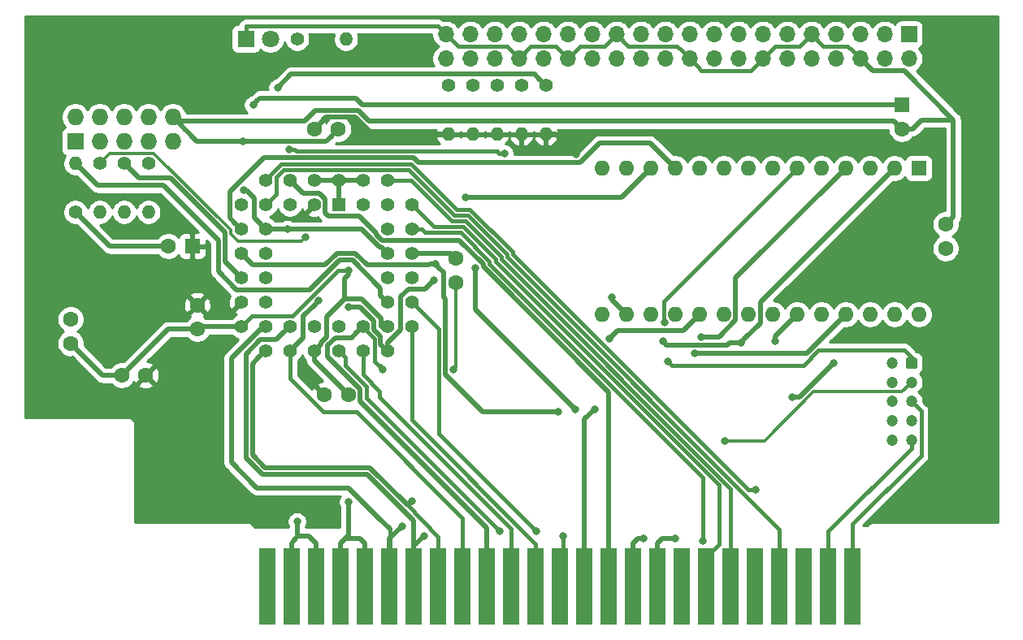
<source format=gbr>
G04 #@! TF.GenerationSoftware,KiCad,Pcbnew,(5.1.5)-3*
G04 #@! TF.CreationDate,2020-07-28T20:00:16+01:00*
G04 #@! TF.ProjectId,MSXPi_v1.0_Rev0,4d535850-695f-4763-912e-305f52657630,rev?*
G04 #@! TF.SameCoordinates,Original*
G04 #@! TF.FileFunction,Copper,L2,Bot*
G04 #@! TF.FilePolarity,Positive*
%FSLAX46Y46*%
G04 Gerber Fmt 4.6, Leading zero omitted, Abs format (unit mm)*
G04 Created by KiCad (PCBNEW (5.1.5)-3) date 2020-07-28 20:00:16*
%MOMM*%
%LPD*%
G04 APERTURE LIST*
%ADD10O,1.400000X1.400000*%
%ADD11C,1.400000*%
%ADD12C,1.422400*%
%ADD13R,1.422400X1.422400*%
%ADD14O,1.700000X1.700000*%
%ADD15R,1.700000X1.700000*%
%ADD16R,1.800000X8.000000*%
%ADD17O,1.727200X1.727200*%
%ADD18R,1.727200X1.727200*%
%ADD19C,1.200000*%
%ADD20C,0.100000*%
%ADD21C,1.600000*%
%ADD22R,1.600000X1.600000*%
%ADD23C,1.800000*%
%ADD24R,1.800000X1.800000*%
%ADD25O,1.600000X1.600000*%
%ADD26C,0.800000*%
%ADD27C,0.500000*%
%ADD28C,0.400000*%
%ADD29C,0.300000*%
%ADD30C,0.350000*%
%ADD31C,0.254000*%
G04 APERTURE END LIST*
D10*
X148844000Y-13208000D03*
D11*
X148844000Y-8128000D03*
D12*
X176276000Y-12446000D03*
X176276000Y-14986000D03*
X176276000Y-17526000D03*
X176276000Y-20066000D03*
X176276000Y-22606000D03*
X173736000Y-9906000D03*
X173736000Y-14986000D03*
X173736000Y-17526000D03*
X173736000Y-20066000D03*
X173736000Y-22606000D03*
X173736000Y-25146000D03*
X173736000Y-27686000D03*
X171196000Y-27686000D03*
X168656000Y-27686000D03*
X166116000Y-27686000D03*
X163576000Y-27686000D03*
X161036000Y-27686000D03*
X176276000Y-25146000D03*
X171196000Y-25146000D03*
X168656000Y-25146000D03*
X166116000Y-25146000D03*
X163576000Y-25146000D03*
X161036000Y-25146000D03*
X158496000Y-25146000D03*
X158496000Y-22606000D03*
X158496000Y-20066000D03*
X158496000Y-17526000D03*
X158496000Y-14986000D03*
X158496000Y-12446000D03*
X161036000Y-22606000D03*
X161036000Y-20066000D03*
X161036000Y-17526000D03*
X161036000Y-14986000D03*
X161036000Y-12446000D03*
X171196000Y-9906000D03*
X168656000Y-9906000D03*
X161036000Y-9906000D03*
X163576000Y-9906000D03*
X166116000Y-9906000D03*
X173736000Y-12446000D03*
X171196000Y-12446000D03*
X163576000Y-12446000D03*
X166116000Y-12446000D03*
D13*
X168656000Y-12446000D03*
D14*
X179832000Y2794000D03*
X179832000Y5334000D03*
X182372000Y2794000D03*
X182372000Y5334000D03*
X184912000Y2794000D03*
X184912000Y5334000D03*
X187452000Y2794000D03*
X187452000Y5334000D03*
X189992000Y2794000D03*
X189992000Y5334000D03*
X192532000Y2794000D03*
X192532000Y5334000D03*
X195072000Y2794000D03*
X195072000Y5334000D03*
X197612000Y2794000D03*
X197612000Y5334000D03*
X200152000Y2794000D03*
X200152000Y5334000D03*
X202692000Y2794000D03*
X202692000Y5334000D03*
X205232000Y2794000D03*
X205232000Y5334000D03*
X207772000Y2794000D03*
X207772000Y5334000D03*
X210312000Y2794000D03*
X210312000Y5334000D03*
X212852000Y2794000D03*
X212852000Y5334000D03*
X215392000Y2794000D03*
X215392000Y5334000D03*
X217932000Y2794000D03*
X217932000Y5334000D03*
X220472000Y2794000D03*
X220472000Y5334000D03*
X223012000Y2794000D03*
X223012000Y5334000D03*
X225552000Y2794000D03*
X225552000Y5334000D03*
X228092000Y2794000D03*
D15*
X228092000Y5334000D03*
D16*
X161253296Y-52232829D03*
X163793296Y-52232829D03*
X166333296Y-52232829D03*
X168873296Y-52232829D03*
X171413296Y-52232829D03*
X173953296Y-52232829D03*
X176493296Y-52232829D03*
X179033296Y-52232829D03*
X181573296Y-52232829D03*
X184113296Y-52232829D03*
X186653296Y-52232829D03*
X189193296Y-52232829D03*
X191733296Y-52232829D03*
X194273296Y-52232829D03*
X196813296Y-52232829D03*
X199353296Y-52232829D03*
X201893296Y-52232829D03*
X204433296Y-52232829D03*
X206973296Y-52232829D03*
X209513296Y-52232829D03*
X212053296Y-52232829D03*
X214593296Y-52232829D03*
X217133296Y-52232829D03*
X219673296Y-52232829D03*
X222213296Y-52232829D03*
D17*
X151384000Y-3302000D03*
X151384000Y-5842000D03*
X148844000Y-3302000D03*
X148844000Y-5842000D03*
X146304000Y-3302000D03*
X146304000Y-5842000D03*
X143764000Y-3302000D03*
X143764000Y-5842000D03*
X141224000Y-3302000D03*
D18*
X141224000Y-5842000D03*
D19*
X226346000Y-36956000D03*
X226346000Y-34956000D03*
X226346000Y-32956000D03*
X226346000Y-30956000D03*
X226346000Y-28956000D03*
X228346000Y-36956000D03*
X228346000Y-34956000D03*
X228346000Y-32956000D03*
X228346000Y-30956000D03*
G04 #@! TA.AperFunction,ComponentPad*
D20*
G36*
X228720505Y-28357204D02*
G01*
X228744773Y-28360804D01*
X228768572Y-28366765D01*
X228791671Y-28375030D01*
X228813850Y-28385520D01*
X228834893Y-28398132D01*
X228854599Y-28412747D01*
X228872777Y-28429223D01*
X228889253Y-28447401D01*
X228903868Y-28467107D01*
X228916480Y-28488150D01*
X228926970Y-28510329D01*
X228935235Y-28533428D01*
X228941196Y-28557227D01*
X228944796Y-28581495D01*
X228946000Y-28605999D01*
X228946000Y-29306001D01*
X228944796Y-29330505D01*
X228941196Y-29354773D01*
X228935235Y-29378572D01*
X228926970Y-29401671D01*
X228916480Y-29423850D01*
X228903868Y-29444893D01*
X228889253Y-29464599D01*
X228872777Y-29482777D01*
X228854599Y-29499253D01*
X228834893Y-29513868D01*
X228813850Y-29526480D01*
X228791671Y-29536970D01*
X228768572Y-29545235D01*
X228744773Y-29551196D01*
X228720505Y-29554796D01*
X228696001Y-29556000D01*
X227995999Y-29556000D01*
X227971495Y-29554796D01*
X227947227Y-29551196D01*
X227923428Y-29545235D01*
X227900329Y-29536970D01*
X227878150Y-29526480D01*
X227857107Y-29513868D01*
X227837401Y-29499253D01*
X227819223Y-29482777D01*
X227802747Y-29464599D01*
X227788132Y-29444893D01*
X227775520Y-29423850D01*
X227765030Y-29401671D01*
X227756765Y-29378572D01*
X227750804Y-29354773D01*
X227747204Y-29330505D01*
X227746000Y-29306001D01*
X227746000Y-28605999D01*
X227747204Y-28581495D01*
X227750804Y-28557227D01*
X227756765Y-28533428D01*
X227765030Y-28510329D01*
X227775520Y-28488150D01*
X227788132Y-28467107D01*
X227802747Y-28447401D01*
X227819223Y-28429223D01*
X227837401Y-28412747D01*
X227857107Y-28398132D01*
X227878150Y-28385520D01*
X227900329Y-28375030D01*
X227923428Y-28366765D01*
X227947227Y-28360804D01*
X227971495Y-28357204D01*
X227995999Y-28356000D01*
X228696001Y-28356000D01*
X228720505Y-28357204D01*
G37*
G04 #@! TD.AperFunction*
D21*
X227330000Y-4532000D03*
D22*
X227330000Y-2032000D03*
D21*
X150916000Y-16764000D03*
D22*
X153416000Y-16764000D03*
D10*
X169418000Y4826000D03*
D11*
X164338000Y4826000D03*
D10*
X146304000Y-13208000D03*
D11*
X146304000Y-8128000D03*
D10*
X143764000Y-13208000D03*
D11*
X143764000Y-8128000D03*
D10*
X141224000Y-8128000D03*
D11*
X141224000Y-13208000D03*
D23*
X161540000Y4840000D03*
D24*
X159000000Y4840000D03*
D21*
X166116000Y-4572000D03*
X168616000Y-4572000D03*
X231902000Y-14478000D03*
X231902000Y-16978000D03*
D22*
X229108000Y-8636000D03*
D25*
X196088000Y-23876000D03*
X226568000Y-8636000D03*
X198628000Y-23876000D03*
X224028000Y-8636000D03*
X201168000Y-23876000D03*
X221488000Y-8636000D03*
X203708000Y-23876000D03*
X218948000Y-8636000D03*
X206248000Y-23876000D03*
X216408000Y-8636000D03*
X208788000Y-23876000D03*
X213868000Y-8636000D03*
X211328000Y-23876000D03*
X211328000Y-8636000D03*
X213868000Y-23876000D03*
X208788000Y-8636000D03*
X216408000Y-23876000D03*
X206248000Y-8636000D03*
X218948000Y-23876000D03*
X203708000Y-8636000D03*
X221488000Y-23876000D03*
X201168000Y-8636000D03*
X224028000Y-23876000D03*
X198628000Y-8636000D03*
X226568000Y-23876000D03*
X196088000Y-8636000D03*
X229108000Y-23876000D03*
D21*
X153924000Y-25400000D03*
X153924000Y-22900000D03*
X180848000Y-18034000D03*
X180848000Y-20534000D03*
X169672000Y-32258000D03*
X167172000Y-32258000D03*
X148550000Y-30226000D03*
X146050000Y-30226000D03*
X140716000Y-26884000D03*
X140716000Y-24384000D03*
D11*
X180086000Y0D03*
D10*
X180086000Y-5080000D03*
X185166000Y-5080000D03*
D11*
X185166000Y0D03*
X187706000Y0D03*
D10*
X187706000Y-5080000D03*
X182626000Y-5080000D03*
D11*
X182626000Y0D03*
X190246000Y0D03*
D10*
X190246000Y-5080000D03*
D26*
X159766000Y-2032000D03*
X164338000Y-45466000D03*
X170574622Y-5643686D03*
X193437647Y-7193370D03*
X165189186Y-15836010D03*
X202590995Y-24719980D03*
X173228000Y-29597211D03*
X185420000Y-46482000D03*
X189230000Y-46482000D03*
X206440374Y-26219989D03*
X163482952Y-6694770D03*
X185928000Y-7085979D03*
X192024000Y-46990000D03*
X202984946Y-28790010D03*
X193294000Y-33782000D03*
X182880000Y-19050000D03*
X196850000Y-26416000D03*
X175260000Y-45974000D03*
X197104000Y-22098000D03*
X177546000Y-46990000D03*
X178728136Y-18609660D03*
X191516000Y-34036000D03*
X176314637Y-43384810D03*
X181864000Y-11684000D03*
X166599336Y-22427046D03*
X163322000Y-14986000D03*
X158750000Y-10922000D03*
X158730001Y-5822001D03*
X180594000Y-29629990D03*
X169672000Y-19304000D03*
X169672000Y-43434000D03*
X206643322Y-47528972D03*
X178562000Y-20320000D03*
X169672000Y-23114000D03*
X169672000Y-23114000D03*
X162306000Y-254000D03*
X205740000Y-27940000D03*
X195326000Y-33782000D03*
X202438000Y-26670000D03*
X210550406Y-26835990D03*
X200406000Y-47244000D03*
X214122000Y-26670000D03*
X208887729Y-37052175D03*
X203708000Y-47244000D03*
X215900000Y-32512000D03*
X220218000Y-28956000D03*
X212090000Y-42164000D03*
D27*
X165590467Y-46990000D02*
X164536125Y-46990000D01*
X166333296Y-47732829D02*
X165590467Y-46990000D01*
X166333296Y-52232829D02*
X166333296Y-47732829D01*
X163793296Y-52232829D02*
X163793296Y-47732829D01*
X164338000Y-46482000D02*
X164338000Y-46990000D01*
X164338000Y-45466000D02*
X164338000Y-46482000D01*
X164536125Y-46990000D02*
X164338000Y-46990000D01*
X164338000Y-46990000D02*
X163793296Y-47732829D01*
X227330000Y-2032000D02*
X171169964Y-2032000D01*
X160165999Y-1632001D02*
X159766000Y-2032000D01*
X160466010Y-1331990D02*
X160165999Y-1632001D01*
X171169964Y-2032000D02*
X170469954Y-1331990D01*
X170469954Y-1331990D02*
X160466010Y-1331990D01*
D28*
X190246000Y-5080000D02*
X187706000Y-5080000D01*
X185166000Y-5080000D02*
X187706000Y-5080000D01*
X184912000Y-5334000D02*
X185166000Y-5080000D01*
X180340000Y-5334000D02*
X180086000Y-5080000D01*
D27*
X180340000Y-17526000D02*
X180848000Y-18034000D01*
X176276000Y-17526000D02*
X180340000Y-17526000D01*
X166116000Y-4572000D02*
X167366001Y-3321999D01*
X167366001Y-3321999D02*
X170414001Y-3321999D01*
X170574622Y-3482620D02*
X170574622Y-5078001D01*
X170574622Y-5078001D02*
X170574622Y-5643686D01*
X170414001Y-3321999D02*
X170574622Y-3482620D01*
X190246000Y-5080000D02*
X191324277Y-5080000D01*
X193037648Y-6793371D02*
X193437647Y-7193370D01*
X191324277Y-5080000D02*
X193037648Y-6793371D01*
X172172002Y-5080000D02*
X170414001Y-3321999D01*
X180086000Y-5080000D02*
X172172002Y-5080000D01*
D28*
X180086000Y-5080000D02*
X182626000Y-5080000D01*
X182626000Y-5080000D02*
X185166000Y-5080000D01*
D27*
X146558000Y-8128000D02*
X146304000Y-8128000D01*
X156834788Y-18404788D02*
X156834788Y-15356788D01*
X158496000Y-20066000D02*
X156834788Y-18404788D01*
X156834788Y-15356788D02*
X151130000Y-9652000D01*
X151130000Y-9652000D02*
X147828000Y-9652000D01*
X147828000Y-9652000D02*
X146304000Y-8128000D01*
D29*
X149404542Y-7077999D02*
X157434799Y-15108256D01*
X157434799Y-15108256D02*
X157434799Y-15495377D01*
X164789187Y-16236009D02*
X165189186Y-15836010D01*
X158175431Y-16236009D02*
X164789187Y-16236009D01*
X144814001Y-7077999D02*
X149404542Y-7077999D01*
X143764000Y-8128000D02*
X144814001Y-7077999D01*
X157434799Y-15495377D02*
X158175431Y-16236009D01*
D27*
X173024801Y-21894801D02*
X173024801Y-21144797D01*
X170080002Y-18199998D02*
X168775745Y-18199998D01*
X158025331Y-21313909D02*
X156134777Y-19423355D01*
X141923999Y-8827999D02*
X141224000Y-8128000D01*
X165661834Y-21313909D02*
X158025331Y-21313909D01*
X173736000Y-22606000D02*
X173024801Y-21894801D01*
X156134777Y-16154741D02*
X150394036Y-10414000D01*
X156134777Y-19423355D02*
X156134777Y-16154741D01*
X168775745Y-18199998D02*
X165661834Y-21313909D01*
X150394036Y-10414000D02*
X143510000Y-10414000D01*
X143510000Y-10414000D02*
X141923999Y-8827999D01*
X173024801Y-21144797D02*
X170080002Y-18199998D01*
D28*
X216408000Y-8636000D02*
X202507999Y-22536001D01*
X202507999Y-24636984D02*
X202590995Y-24719980D01*
X202507999Y-22536001D02*
X202507999Y-24636984D01*
D27*
X170922001Y-32938001D02*
X170922001Y-31670579D01*
X170034799Y-26307201D02*
X170484801Y-25857199D01*
X167494799Y-27128623D02*
X168316221Y-26307201D01*
X168316221Y-26307201D02*
X170034799Y-26307201D01*
X170484801Y-25857199D02*
X171196000Y-25146000D01*
X184113296Y-46129296D02*
X170922001Y-32938001D01*
X184113296Y-52232829D02*
X184113296Y-46129296D01*
X167494799Y-28243377D02*
X167494799Y-27128623D01*
X170922001Y-31670579D02*
X167494799Y-28243377D01*
D28*
X172974000Y-29343211D02*
X172974000Y-29210000D01*
X173228000Y-29597211D02*
X172974000Y-29343211D01*
X172374790Y-26422622D02*
X171196000Y-25243832D01*
X171196000Y-25243832D02*
X171196000Y-25146000D01*
X172374790Y-28744001D02*
X172374790Y-26422622D01*
X173228000Y-29597211D02*
X172374790Y-28744001D01*
X169367199Y-28397199D02*
X169367199Y-29183943D01*
X168656000Y-27686000D02*
X169367199Y-28397199D01*
X185020001Y-46082001D02*
X185420000Y-46482000D01*
X171572012Y-32634012D02*
X185020001Y-46082001D01*
X171572012Y-31388756D02*
X171572012Y-32634012D01*
X169367199Y-29183943D02*
X171572012Y-31388756D01*
X171196000Y-30164202D02*
X172954022Y-31922224D01*
X172954022Y-31922224D02*
X172954022Y-32502225D01*
X186653296Y-46201499D02*
X186653296Y-47832829D01*
X172954022Y-32502225D02*
X186653296Y-46201499D01*
X171196000Y-27686000D02*
X171196000Y-30164202D01*
X186653296Y-47832829D02*
X186653296Y-52232829D01*
X179093988Y-36345988D02*
X179093988Y-25423988D01*
X176987199Y-23317199D02*
X176276000Y-22606000D01*
X179093988Y-25423988D02*
X176987199Y-23317199D01*
X189230000Y-46482000D02*
X179093988Y-36345988D01*
X176276000Y-34915533D02*
X189193296Y-47832829D01*
X189193296Y-47832829D02*
X189193296Y-52232829D01*
X176276000Y-25146000D02*
X176276000Y-34915533D01*
D27*
X208294013Y-26219989D02*
X207006059Y-26219989D01*
X210038001Y-20085999D02*
X210038001Y-24476001D01*
X207006059Y-26219989D02*
X206440374Y-26219989D01*
X221488000Y-8636000D02*
X210038001Y-20085999D01*
X210038001Y-24476001D02*
X208294013Y-26219989D01*
X167584799Y-13607201D02*
X167277201Y-13299603D01*
X183730002Y-18641998D02*
X181235205Y-16147201D01*
X173178623Y-16147201D02*
X172574799Y-15543377D01*
X172574799Y-15543377D02*
X172574799Y-15374835D01*
X196813296Y-31979292D02*
X183730002Y-18895998D01*
X166673377Y-11284799D02*
X164954799Y-11284799D01*
X164954799Y-11284799D02*
X164287199Y-10617199D01*
X167277201Y-13299603D02*
X167277201Y-11888623D01*
X167277201Y-11888623D02*
X166673377Y-11284799D01*
X172574799Y-15374835D02*
X170807165Y-13607201D01*
X164287199Y-10617199D02*
X163576000Y-9906000D01*
X181235205Y-16147201D02*
X173178623Y-16147201D01*
X183730002Y-18895998D02*
X183730002Y-18641998D01*
X196813296Y-52232829D02*
X196813296Y-31979292D01*
X170807165Y-13607201D02*
X167584799Y-13607201D01*
D28*
X185362315Y-7085979D02*
X185928000Y-7085979D01*
X163482952Y-6694770D02*
X164048637Y-6694770D01*
X185171102Y-6894766D02*
X185362315Y-7085979D01*
X164248633Y-6894766D02*
X185171102Y-6894766D01*
X164048637Y-6694770D02*
X164248633Y-6894766D01*
X192024000Y-51942125D02*
X191733296Y-52232829D01*
X192024000Y-46990000D02*
X192024000Y-51942125D01*
X228346000Y-28956000D02*
X228346000Y-28356000D01*
X217093245Y-29190009D02*
X203384945Y-29190009D01*
X218677266Y-27605988D02*
X217093245Y-29190009D01*
X203384945Y-29190009D02*
X202984946Y-28790010D01*
X228346000Y-28356000D02*
X227595988Y-27605988D01*
X227595988Y-27605988D02*
X218677266Y-27605988D01*
D27*
X182880000Y-23368000D02*
X182880000Y-19050000D01*
X193294000Y-33782000D02*
X182880000Y-23368000D01*
X201079998Y-6007998D02*
X195881023Y-6007998D01*
X176448207Y-7544780D02*
X160869216Y-7544780D01*
X160869216Y-7544780D02*
X157334799Y-11079197D01*
X193845649Y-8043372D02*
X176946799Y-8043372D01*
X157784801Y-14274801D02*
X158496000Y-14986000D01*
X157334799Y-13824799D02*
X157784801Y-14274801D01*
X157334799Y-11079197D02*
X157334799Y-13824799D01*
X203708000Y-8636000D02*
X201079998Y-6007998D01*
X195881023Y-6007998D02*
X193845649Y-8043372D01*
X176946799Y-8043372D02*
X176448207Y-7544780D01*
X204554010Y-25569990D02*
X205448001Y-24675999D01*
X197696010Y-25569990D02*
X204554010Y-25569990D01*
X205448001Y-24675999D02*
X206248000Y-23876000D01*
X196850000Y-26416000D02*
X197696010Y-25569990D01*
X172865999Y-45103999D02*
X173990000Y-46228000D01*
D28*
X173953296Y-52232829D02*
X173990000Y-46228000D01*
X173990000Y-46228000D02*
X173953296Y-46034042D01*
D27*
X173953296Y-47280704D02*
X175260000Y-45974000D01*
X173953296Y-52232829D02*
X173953296Y-47280704D01*
X161036000Y-25146000D02*
X160782000Y-25146000D01*
X160782000Y-25146000D02*
X157480000Y-28448000D01*
X157480000Y-39291892D02*
X160139050Y-41950941D01*
X157480000Y-28448000D02*
X157480000Y-39291892D01*
X169712941Y-41950941D02*
X172865999Y-45103999D01*
X160139050Y-41950941D02*
X169712941Y-41950941D01*
X197104000Y-22352000D02*
X198628000Y-23876000D01*
X197104000Y-22098000D02*
X197104000Y-22352000D01*
X176493296Y-48042704D02*
X176493296Y-52232829D01*
X177546000Y-46990000D02*
X176493296Y-48042704D01*
D28*
X176493296Y-47832829D02*
X176493296Y-52232829D01*
D27*
X159004001Y-38835964D02*
X159004001Y-27999421D01*
X171640959Y-40550920D02*
X160718957Y-40550920D01*
X162197201Y-26524799D02*
X162864801Y-25857199D01*
X159004001Y-27999421D02*
X160478623Y-26524799D01*
X160478623Y-26524799D02*
X162197201Y-26524799D01*
X162864801Y-25857199D02*
X163576000Y-25146000D01*
X176493296Y-45403257D02*
X171640959Y-40550920D01*
X176493296Y-52232829D02*
X176493296Y-45403257D01*
X160718957Y-40550920D02*
X159004001Y-38835964D01*
X179597999Y-19479523D02*
X179128135Y-19009659D01*
X179743998Y-22263998D02*
X179597999Y-22117999D01*
X179597999Y-22117999D02*
X179597999Y-19479523D01*
X179128135Y-19009659D02*
X178728136Y-18609660D01*
X183653996Y-34036000D02*
X179743998Y-30126002D01*
X179743998Y-30126002D02*
X179743998Y-22263998D01*
X191516000Y-34036000D02*
X183653996Y-34036000D01*
X167269801Y-18715978D02*
X168485792Y-17499987D01*
X178038101Y-18734010D02*
X178162451Y-18609660D01*
X158496000Y-17526000D02*
X159685978Y-18715978D01*
X168485792Y-17499987D02*
X170369956Y-17499987D01*
X171603979Y-18734010D02*
X178038101Y-18734010D01*
X159685978Y-18715978D02*
X167269801Y-18715978D01*
X170369956Y-17499987D02*
X171603979Y-18734010D01*
X178162451Y-18609660D02*
X178728136Y-18609660D01*
D28*
X179033296Y-47832829D02*
X179033296Y-52232829D01*
X179033296Y-47032345D02*
X179033296Y-47832829D01*
X175768000Y-43688000D02*
X179033296Y-47032345D01*
D27*
X175914638Y-43784809D02*
X176314637Y-43384810D01*
X175864809Y-43784809D02*
X175914638Y-43784809D01*
X175768000Y-43688000D02*
X175864809Y-43784809D01*
X159704011Y-38546011D02*
X159704011Y-29017989D01*
X160324801Y-28397199D02*
X161036000Y-27686000D01*
X161008910Y-39850910D02*
X159704011Y-38546011D01*
X171930910Y-39850910D02*
X161008910Y-39850910D01*
X159704011Y-29017989D02*
X160324801Y-28397199D01*
X175768000Y-43688000D02*
X171930910Y-39850910D01*
D28*
X181573296Y-45088206D02*
X181573296Y-47832829D01*
X181573296Y-47832829D02*
X181573296Y-52232829D01*
X167077978Y-34067976D02*
X170553066Y-34067976D01*
X170553066Y-34067976D02*
X181573296Y-45088206D01*
X163576000Y-30565998D02*
X167077978Y-34067976D01*
X163576000Y-27686000D02*
X163576000Y-30565998D01*
D27*
X201168000Y-8636000D02*
X198120000Y-11684000D01*
X198120000Y-11684000D02*
X181864000Y-11684000D01*
X164954799Y-26307201D02*
X164954799Y-24071583D01*
X164954799Y-24071583D02*
X166199337Y-22827045D01*
X166199337Y-22827045D02*
X166599336Y-22427046D01*
X163576000Y-27686000D02*
X164954799Y-26307201D01*
X170924467Y-47244000D02*
X169362125Y-47244000D01*
X171413296Y-47732829D02*
X170924467Y-47244000D01*
X171413296Y-52232829D02*
X171413296Y-47732829D01*
X168873296Y-52232829D02*
X168873296Y-47732829D01*
D28*
X191682001Y3643999D02*
X192532000Y2794000D01*
X188702001Y4044001D02*
X191281999Y4044001D01*
X191281999Y4044001D02*
X191682001Y3643999D01*
X187452000Y2794000D02*
X188702001Y4044001D01*
D27*
X169362125Y-47244000D02*
X169136063Y-47470063D01*
X169136063Y-47470063D02*
X168873296Y-47732829D01*
X171022540Y-22263999D02*
X169263999Y-22263999D01*
X173057211Y-24298670D02*
X171022540Y-22263999D01*
X169263999Y-22263999D02*
X167386000Y-24141998D01*
X173736000Y-25146000D02*
X173057211Y-25146000D01*
X173057211Y-25146000D02*
X173057211Y-24298670D01*
X167386000Y-24141998D02*
X167386000Y-26247458D01*
X167386000Y-26247458D02*
X166794788Y-26838669D01*
X166794788Y-27007212D02*
X166116000Y-27686000D01*
X166794788Y-26838669D02*
X166794788Y-27007212D01*
X173057212Y-16847212D02*
X173736000Y-17526000D01*
X172888669Y-16847212D02*
X173057212Y-16847212D01*
X171027457Y-14986000D02*
X172888669Y-16847212D01*
X161036000Y-14986000D02*
X171027457Y-14986000D01*
X168656000Y-12446000D02*
X168656000Y-9906000D01*
X166116000Y-9906000D02*
X168656000Y-9906000D01*
X171196000Y-9906000D02*
X168656000Y-9906000D01*
X167816001Y-5371999D02*
X168616000Y-4572000D01*
X153904001Y-5822001D02*
X167365999Y-5822001D01*
X167365999Y-5822001D02*
X167816001Y-5371999D01*
X151384000Y-3302000D02*
X153904001Y-5822001D01*
X159874799Y-13824799D02*
X159874799Y-11792799D01*
X161036000Y-14986000D02*
X159874799Y-13824799D01*
X159004000Y-10922000D02*
X158750000Y-10922000D01*
X159874799Y-11792799D02*
X159004000Y-10922000D01*
X152247599Y-4165599D02*
X151384000Y-3302000D01*
X152697601Y-4615601D02*
X152247599Y-4165599D01*
D29*
X180848000Y-20534000D02*
X180848000Y-29375990D01*
X180848000Y-29375990D02*
X180594000Y-29629990D01*
D27*
X232701999Y-13678001D02*
X232701999Y-3593999D01*
X231902000Y-14478000D02*
X232701999Y-13678001D01*
X223861999Y1944001D02*
X223012000Y2794000D01*
X224312001Y1493999D02*
X223861999Y1944001D01*
X227614001Y1493999D02*
X224312001Y1493999D01*
X232701999Y-3593999D02*
X227614001Y1493999D01*
X229399371Y-3593999D02*
X232701999Y-3593999D01*
X228461370Y-4532000D02*
X229399371Y-3593999D01*
X227330000Y-4532000D02*
X228461370Y-4532000D01*
D28*
X222162001Y3643999D02*
X223012000Y2794000D01*
X221722001Y4083999D02*
X222162001Y3643999D01*
X219182001Y4083999D02*
X221722001Y4083999D01*
X217932000Y5334000D02*
X219182001Y4083999D01*
X213701999Y3643999D02*
X212852000Y2794000D01*
X216681999Y4083999D02*
X214141999Y4083999D01*
X214141999Y4083999D02*
X213701999Y3643999D01*
X217932000Y5334000D02*
X216681999Y4083999D01*
X206081999Y1944001D02*
X205232000Y2794000D01*
X211601999Y1543999D02*
X206482001Y1543999D01*
X206482001Y1543999D02*
X206081999Y1944001D01*
X212852000Y2794000D02*
X211601999Y1543999D01*
X204382001Y3643999D02*
X205232000Y2794000D01*
X198862001Y4083999D02*
X203942001Y4083999D01*
X203942001Y4083999D02*
X204382001Y3643999D01*
X197612000Y5334000D02*
X198862001Y4083999D01*
X193821999Y4083999D02*
X193381999Y3643999D01*
X193381999Y3643999D02*
X192532000Y2794000D01*
X196361999Y4083999D02*
X193821999Y4083999D01*
X197612000Y5334000D02*
X196361999Y4083999D01*
X159043999Y6183999D02*
X159000000Y6140000D01*
X159000000Y6140000D02*
X159000000Y4840000D01*
X178982001Y6183999D02*
X159043999Y6183999D01*
X179832000Y5334000D02*
X178982001Y6183999D01*
X180681999Y4484001D02*
X179832000Y5334000D01*
X181121999Y4044001D02*
X180681999Y4484001D01*
X186201999Y4044001D02*
X181121999Y4044001D01*
X187452000Y2794000D02*
X186201999Y4044001D01*
D27*
X151814001Y-3732001D02*
X151384000Y-3302000D01*
X171813965Y-3732001D02*
X170703954Y-2621989D01*
X226530001Y-3732001D02*
X171813965Y-3732001D01*
X166216009Y-2621989D02*
X165105997Y-3732001D01*
X227330000Y-4532000D02*
X226530001Y-3732001D01*
X165105997Y-3732001D02*
X151814001Y-3732001D01*
X170703954Y-2621989D02*
X166216009Y-2621989D01*
X144058000Y-30226000D02*
X146050000Y-30226000D01*
X140716000Y-26884000D02*
X144058000Y-30226000D01*
X150876000Y-25400000D02*
X146050000Y-30226000D01*
X153924000Y-25400000D02*
X150876000Y-25400000D01*
X166116000Y-28702000D02*
X166116000Y-27686000D01*
X169672000Y-32258000D02*
X166116000Y-28702000D01*
X169263999Y-22263999D02*
X169263999Y-20165999D01*
X169263999Y-20165999D02*
X169672000Y-19757998D01*
X169672000Y-19757998D02*
X169672000Y-19304000D01*
X154178000Y-25146000D02*
X153924000Y-25400000D01*
X158496000Y-25146000D02*
X154178000Y-25146000D01*
D28*
X169106315Y-19304000D02*
X169672000Y-19304000D01*
X168590997Y-19304000D02*
X169106315Y-19304000D01*
X163860198Y-24034799D02*
X168590997Y-19304000D01*
X159607201Y-24034799D02*
X163860198Y-24034799D01*
X158496000Y-25146000D02*
X159607201Y-24034799D01*
D27*
X169672000Y-46934126D02*
X169136063Y-47470063D01*
X169672000Y-43434000D02*
X169672000Y-46934126D01*
X144780000Y-16764000D02*
X141224000Y-13208000D01*
X150916000Y-16764000D02*
X144780000Y-16764000D01*
D28*
X177647777Y-15351989D02*
X181359247Y-15351989D01*
X176276000Y-14986000D02*
X177281788Y-14986000D01*
X206643322Y-46963287D02*
X206643322Y-47528972D01*
X206643322Y-40890064D02*
X206643322Y-46963287D01*
X184380013Y-18626755D02*
X206643322Y-40890064D01*
X177281788Y-14986000D02*
X177647777Y-15351989D01*
X184380013Y-18372755D02*
X184380013Y-18626755D01*
X181359247Y-15351989D02*
X184380013Y-18372755D01*
X185580035Y-17875691D02*
X185580035Y-18129691D01*
X185580035Y-18129691D02*
X209513296Y-42062952D01*
X209513296Y-42062952D02*
X209513296Y-47832829D01*
X209513296Y-47832829D02*
X209513296Y-52232829D01*
X180439054Y-14151967D02*
X181856311Y-14151967D01*
X176193088Y-9906000D02*
X180439054Y-14151967D01*
X181856311Y-14151967D02*
X185580035Y-17875691D01*
X173736000Y-9906000D02*
X176193088Y-9906000D01*
X162147201Y-11334799D02*
X161747199Y-11734801D01*
X182104843Y-13551956D02*
X180687586Y-13551956D01*
X180687586Y-13551956D02*
X175930429Y-8794799D01*
X162147201Y-9556799D02*
X162147201Y-11334799D01*
X186180046Y-17881159D02*
X186180046Y-17627159D01*
X214593296Y-46294409D02*
X186180046Y-17881159D01*
X186180046Y-17627159D02*
X182104843Y-13551956D01*
X175930429Y-8794799D02*
X162909201Y-8794799D01*
X214593296Y-52232829D02*
X214593296Y-46294409D01*
X161747199Y-11734801D02*
X161036000Y-12446000D01*
X162909201Y-8794799D02*
X162147201Y-9556799D01*
D27*
X175936221Y-21227201D02*
X177654799Y-21227201D01*
X175114799Y-22048623D02*
X175936221Y-21227201D01*
X175114799Y-25485779D02*
X175114799Y-22048623D01*
X173736000Y-27686000D02*
X173736000Y-26864578D01*
X173736000Y-26864578D02*
X175114799Y-25485779D01*
X177654799Y-21227201D02*
X178562000Y-20320000D01*
X172357201Y-25485779D02*
X172357201Y-24588623D01*
X173024801Y-26153379D02*
X172357201Y-25485779D01*
X173024801Y-26974801D02*
X173024801Y-26153379D01*
X173736000Y-27686000D02*
X173024801Y-26974801D01*
X172357201Y-24588623D02*
X170882578Y-23114000D01*
X170882578Y-23114000D02*
X170237685Y-23114000D01*
X170237685Y-23114000D02*
X169672000Y-23114000D01*
X189546001Y699999D02*
X190246000Y0D01*
X189095999Y1150001D02*
X189546001Y699999D01*
X174083948Y1150001D02*
X189095999Y1150001D01*
X174083948Y1150001D02*
X163710001Y1150001D01*
X163710001Y1150001D02*
X162306000Y-254000D01*
X221488000Y-23876000D02*
X217424000Y-27940000D01*
X217424000Y-27940000D02*
X205740000Y-27940000D01*
X194273296Y-52232829D02*
X194273296Y-34834704D01*
X194273296Y-34834704D02*
X195326000Y-33782000D01*
X212617999Y-22586001D02*
X212617999Y-24768397D01*
X209984721Y-26835990D02*
X210550406Y-26835990D01*
X226568000Y-8636000D02*
X212617999Y-22586001D01*
X212617999Y-24768397D02*
X210950405Y-26435991D01*
X202438000Y-26670000D02*
X202837999Y-27069999D01*
X210950405Y-26435991D02*
X210550406Y-26835990D01*
X209176036Y-27069999D02*
X209410045Y-26835990D01*
X202837999Y-27069999D02*
X209176036Y-27069999D01*
X209410045Y-26835990D02*
X209984721Y-26835990D01*
X199842125Y-47244000D02*
X200406000Y-47244000D01*
X199353296Y-52232829D02*
X199353296Y-47732829D01*
X199353296Y-47732829D02*
X199842125Y-47244000D01*
X214122000Y-26162000D02*
X216408000Y-23876000D01*
X214122000Y-26670000D02*
X214122000Y-26162000D01*
D30*
X227370999Y-31931001D02*
X218126897Y-31931001D01*
X228346000Y-30956000D02*
X227370999Y-31931001D01*
X209453414Y-37052175D02*
X208887729Y-37052175D01*
X213005723Y-37052175D02*
X209453414Y-37052175D01*
X218126897Y-31931001D02*
X213005723Y-37052175D01*
D27*
X202382125Y-47244000D02*
X203708000Y-47244000D01*
X201893296Y-52232829D02*
X201893296Y-47732829D01*
X201893296Y-47732829D02*
X202382125Y-47244000D01*
X215900000Y-32512000D02*
X216662000Y-32512000D01*
X216662000Y-32512000D02*
X220218000Y-28956000D01*
D28*
X184980024Y-18124223D02*
X181607779Y-14751978D01*
X206973296Y-52232829D02*
X206973296Y-49132829D01*
X184980024Y-18378223D02*
X184980024Y-18124223D01*
X208273296Y-47832829D02*
X208273296Y-41671495D01*
X176987199Y-13157199D02*
X176276000Y-12446000D01*
X178581978Y-14751978D02*
X176987199Y-13157199D01*
X181607779Y-14751978D02*
X178581978Y-14751978D01*
X208273296Y-41671495D02*
X184980024Y-18378223D01*
X206973296Y-49132829D02*
X208273296Y-47832829D01*
X182353375Y-12951945D02*
X186780057Y-17378627D01*
X186780057Y-17378627D02*
X186780057Y-17632627D01*
X186780057Y-17632627D02*
X211311430Y-42164000D01*
X161036000Y-9819457D02*
X162660666Y-8194791D01*
X180936118Y-12951945D02*
X182353375Y-12951945D01*
X211311430Y-42164000D02*
X211524315Y-42164000D01*
X161036000Y-9906000D02*
X161036000Y-9819457D01*
X176178964Y-8194791D02*
X180936118Y-12951945D01*
X162660666Y-8194791D02*
X176178964Y-8194791D01*
X211524315Y-42164000D02*
X212090000Y-42164000D01*
X219673296Y-47832829D02*
X219673296Y-52232829D01*
X228346000Y-37804528D02*
X219673296Y-46477232D01*
X228346000Y-36956000D02*
X228346000Y-37804528D01*
X219673296Y-46477232D02*
X219673296Y-47832829D01*
X229346001Y-33956001D02*
X229346001Y-38623999D01*
X228346000Y-32956000D02*
X229346001Y-33956001D01*
X222213296Y-45756704D02*
X222213296Y-52232829D01*
X229346001Y-38623999D02*
X222213296Y-45756704D01*
D31*
G36*
X237338001Y-45568000D02*
G01*
X224314419Y-45568000D01*
X224282000Y-45564807D01*
X224160770Y-45576747D01*
X224152617Y-45577550D01*
X224028207Y-45615290D01*
X223913550Y-45676575D01*
X223813052Y-45759052D01*
X223730575Y-45859550D01*
X223715641Y-45887490D01*
X223262114Y-45888753D01*
X229907428Y-39243440D01*
X229939292Y-39217290D01*
X230043637Y-39090145D01*
X230121173Y-38945086D01*
X230168919Y-38787688D01*
X230181001Y-38665018D01*
X230185041Y-38624000D01*
X230181001Y-38582981D01*
X230181001Y-33997019D01*
X230185041Y-33956001D01*
X230177944Y-33883939D01*
X230168919Y-33792312D01*
X230121173Y-33634914D01*
X230043637Y-33489855D01*
X229939292Y-33362710D01*
X229907429Y-33336561D01*
X229581000Y-33010132D01*
X229581000Y-32834363D01*
X229533540Y-32595764D01*
X229440443Y-32371008D01*
X229305287Y-32168733D01*
X229133267Y-31996713D01*
X229072336Y-31956000D01*
X229133267Y-31915287D01*
X229305287Y-31743267D01*
X229440443Y-31540992D01*
X229533540Y-31316236D01*
X229581000Y-31077637D01*
X229581000Y-30834363D01*
X229533540Y-30595764D01*
X229440443Y-30371008D01*
X229305287Y-30168733D01*
X229183895Y-30047341D01*
X229189387Y-30044405D01*
X229323962Y-29933962D01*
X229434405Y-29799387D01*
X229516472Y-29645851D01*
X229567008Y-29479255D01*
X229584072Y-29306001D01*
X229584072Y-28605999D01*
X229567008Y-28432745D01*
X229516472Y-28266149D01*
X229434405Y-28112613D01*
X229323962Y-27978038D01*
X229189387Y-27867595D01*
X229035851Y-27785528D01*
X228926781Y-27752442D01*
X228907426Y-27736558D01*
X228215434Y-27044566D01*
X228189279Y-27012697D01*
X228062134Y-26908352D01*
X227917075Y-26830816D01*
X227759677Y-26783070D01*
X227637007Y-26770988D01*
X227637006Y-26770988D01*
X227595988Y-26766948D01*
X227554970Y-26770988D01*
X219844590Y-26770988D01*
X221311561Y-25304017D01*
X221346665Y-25311000D01*
X221629335Y-25311000D01*
X221906574Y-25255853D01*
X222167727Y-25147680D01*
X222402759Y-24990637D01*
X222602637Y-24790759D01*
X222758000Y-24558241D01*
X222913363Y-24790759D01*
X223113241Y-24990637D01*
X223348273Y-25147680D01*
X223609426Y-25255853D01*
X223886665Y-25311000D01*
X224169335Y-25311000D01*
X224446574Y-25255853D01*
X224707727Y-25147680D01*
X224942759Y-24990637D01*
X225142637Y-24790759D01*
X225298000Y-24558241D01*
X225453363Y-24790759D01*
X225653241Y-24990637D01*
X225888273Y-25147680D01*
X226149426Y-25255853D01*
X226426665Y-25311000D01*
X226709335Y-25311000D01*
X226986574Y-25255853D01*
X227247727Y-25147680D01*
X227482759Y-24990637D01*
X227682637Y-24790759D01*
X227838000Y-24558241D01*
X227993363Y-24790759D01*
X228193241Y-24990637D01*
X228428273Y-25147680D01*
X228689426Y-25255853D01*
X228966665Y-25311000D01*
X229249335Y-25311000D01*
X229526574Y-25255853D01*
X229787727Y-25147680D01*
X230022759Y-24990637D01*
X230222637Y-24790759D01*
X230379680Y-24555727D01*
X230487853Y-24294574D01*
X230543000Y-24017335D01*
X230543000Y-23734665D01*
X230487853Y-23457426D01*
X230379680Y-23196273D01*
X230222637Y-22961241D01*
X230022759Y-22761363D01*
X229787727Y-22604320D01*
X229526574Y-22496147D01*
X229249335Y-22441000D01*
X228966665Y-22441000D01*
X228689426Y-22496147D01*
X228428273Y-22604320D01*
X228193241Y-22761363D01*
X227993363Y-22961241D01*
X227838000Y-23193759D01*
X227682637Y-22961241D01*
X227482759Y-22761363D01*
X227247727Y-22604320D01*
X226986574Y-22496147D01*
X226709335Y-22441000D01*
X226426665Y-22441000D01*
X226149426Y-22496147D01*
X225888273Y-22604320D01*
X225653241Y-22761363D01*
X225453363Y-22961241D01*
X225298000Y-23193759D01*
X225142637Y-22961241D01*
X224942759Y-22761363D01*
X224707727Y-22604320D01*
X224446574Y-22496147D01*
X224169335Y-22441000D01*
X223886665Y-22441000D01*
X223609426Y-22496147D01*
X223348273Y-22604320D01*
X223113241Y-22761363D01*
X222913363Y-22961241D01*
X222758000Y-23193759D01*
X222602637Y-22961241D01*
X222402759Y-22761363D01*
X222167727Y-22604320D01*
X221906574Y-22496147D01*
X221629335Y-22441000D01*
X221346665Y-22441000D01*
X221069426Y-22496147D01*
X220808273Y-22604320D01*
X220573241Y-22761363D01*
X220373363Y-22961241D01*
X220218000Y-23193759D01*
X220062637Y-22961241D01*
X219862759Y-22761363D01*
X219627727Y-22604320D01*
X219366574Y-22496147D01*
X219089335Y-22441000D01*
X218806665Y-22441000D01*
X218529426Y-22496147D01*
X218268273Y-22604320D01*
X218033241Y-22761363D01*
X217833363Y-22961241D01*
X217678000Y-23193759D01*
X217522637Y-22961241D01*
X217322759Y-22761363D01*
X217087727Y-22604320D01*
X216826574Y-22496147D01*
X216549335Y-22441000D01*
X216266665Y-22441000D01*
X215989426Y-22496147D01*
X215728273Y-22604320D01*
X215493241Y-22761363D01*
X215293363Y-22961241D01*
X215138000Y-23193759D01*
X214982637Y-22961241D01*
X214782759Y-22761363D01*
X214547727Y-22604320D01*
X214286574Y-22496147D01*
X214013708Y-22441870D01*
X226391562Y-10064017D01*
X226426665Y-10071000D01*
X226709335Y-10071000D01*
X226986574Y-10015853D01*
X227247727Y-9907680D01*
X227482759Y-9750637D01*
X227681357Y-9552039D01*
X227682188Y-9560482D01*
X227718498Y-9680180D01*
X227777463Y-9790494D01*
X227856815Y-9887185D01*
X227953506Y-9966537D01*
X228063820Y-10025502D01*
X228183518Y-10061812D01*
X228308000Y-10074072D01*
X229908000Y-10074072D01*
X230032482Y-10061812D01*
X230152180Y-10025502D01*
X230262494Y-9966537D01*
X230359185Y-9887185D01*
X230438537Y-9790494D01*
X230497502Y-9680180D01*
X230533812Y-9560482D01*
X230546072Y-9436000D01*
X230546072Y-7836000D01*
X230533812Y-7711518D01*
X230497502Y-7591820D01*
X230438537Y-7481506D01*
X230359185Y-7384815D01*
X230262494Y-7305463D01*
X230152180Y-7246498D01*
X230032482Y-7210188D01*
X229908000Y-7197928D01*
X228308000Y-7197928D01*
X228183518Y-7210188D01*
X228063820Y-7246498D01*
X227953506Y-7305463D01*
X227856815Y-7384815D01*
X227777463Y-7481506D01*
X227718498Y-7591820D01*
X227682188Y-7711518D01*
X227681357Y-7719961D01*
X227482759Y-7521363D01*
X227247727Y-7364320D01*
X226986574Y-7256147D01*
X226709335Y-7201000D01*
X226426665Y-7201000D01*
X226149426Y-7256147D01*
X225888273Y-7364320D01*
X225653241Y-7521363D01*
X225453363Y-7721241D01*
X225298000Y-7953759D01*
X225142637Y-7721241D01*
X224942759Y-7521363D01*
X224707727Y-7364320D01*
X224446574Y-7256147D01*
X224169335Y-7201000D01*
X223886665Y-7201000D01*
X223609426Y-7256147D01*
X223348273Y-7364320D01*
X223113241Y-7521363D01*
X222913363Y-7721241D01*
X222758000Y-7953759D01*
X222602637Y-7721241D01*
X222402759Y-7521363D01*
X222167727Y-7364320D01*
X221906574Y-7256147D01*
X221629335Y-7201000D01*
X221346665Y-7201000D01*
X221069426Y-7256147D01*
X220808273Y-7364320D01*
X220573241Y-7521363D01*
X220373363Y-7721241D01*
X220218000Y-7953759D01*
X220062637Y-7721241D01*
X219862759Y-7521363D01*
X219627727Y-7364320D01*
X219366574Y-7256147D01*
X219089335Y-7201000D01*
X218806665Y-7201000D01*
X218529426Y-7256147D01*
X218268273Y-7364320D01*
X218033241Y-7521363D01*
X217833363Y-7721241D01*
X217678000Y-7953759D01*
X217522637Y-7721241D01*
X217322759Y-7521363D01*
X217087727Y-7364320D01*
X216826574Y-7256147D01*
X216549335Y-7201000D01*
X216266665Y-7201000D01*
X215989426Y-7256147D01*
X215728273Y-7364320D01*
X215493241Y-7521363D01*
X215293363Y-7721241D01*
X215138000Y-7953759D01*
X214982637Y-7721241D01*
X214782759Y-7521363D01*
X214547727Y-7364320D01*
X214286574Y-7256147D01*
X214009335Y-7201000D01*
X213726665Y-7201000D01*
X213449426Y-7256147D01*
X213188273Y-7364320D01*
X212953241Y-7521363D01*
X212753363Y-7721241D01*
X212598000Y-7953759D01*
X212442637Y-7721241D01*
X212242759Y-7521363D01*
X212007727Y-7364320D01*
X211746574Y-7256147D01*
X211469335Y-7201000D01*
X211186665Y-7201000D01*
X210909426Y-7256147D01*
X210648273Y-7364320D01*
X210413241Y-7521363D01*
X210213363Y-7721241D01*
X210058000Y-7953759D01*
X209902637Y-7721241D01*
X209702759Y-7521363D01*
X209467727Y-7364320D01*
X209206574Y-7256147D01*
X208929335Y-7201000D01*
X208646665Y-7201000D01*
X208369426Y-7256147D01*
X208108273Y-7364320D01*
X207873241Y-7521363D01*
X207673363Y-7721241D01*
X207518000Y-7953759D01*
X207362637Y-7721241D01*
X207162759Y-7521363D01*
X206927727Y-7364320D01*
X206666574Y-7256147D01*
X206389335Y-7201000D01*
X206106665Y-7201000D01*
X205829426Y-7256147D01*
X205568273Y-7364320D01*
X205333241Y-7521363D01*
X205133363Y-7721241D01*
X204978000Y-7953759D01*
X204822637Y-7721241D01*
X204622759Y-7521363D01*
X204387727Y-7364320D01*
X204126574Y-7256147D01*
X203849335Y-7201000D01*
X203566665Y-7201000D01*
X203531561Y-7207983D01*
X201736532Y-5412954D01*
X201708815Y-5379181D01*
X201574057Y-5268587D01*
X201420311Y-5186409D01*
X201253488Y-5135803D01*
X201123475Y-5122998D01*
X201123467Y-5122998D01*
X201079998Y-5118717D01*
X201036529Y-5122998D01*
X195924492Y-5122998D01*
X195881023Y-5118717D01*
X195837554Y-5122998D01*
X195837546Y-5122998D01*
X195707533Y-5135803D01*
X195540709Y-5186409D01*
X195386964Y-5268587D01*
X195285976Y-5351466D01*
X195285974Y-5351468D01*
X195252206Y-5379181D01*
X195224493Y-5412949D01*
X193479071Y-7158372D01*
X186963000Y-7158372D01*
X186963000Y-6984040D01*
X186923226Y-6784081D01*
X186845205Y-6595723D01*
X186731937Y-6426205D01*
X186587774Y-6282042D01*
X186418256Y-6168774D01*
X186229898Y-6090753D01*
X186070630Y-6059073D01*
X186232759Y-5882660D01*
X186368853Y-5659123D01*
X186436000Y-5475475D01*
X186503147Y-5659123D01*
X186639241Y-5882660D01*
X186816330Y-6075351D01*
X187027608Y-6229792D01*
X187264956Y-6340047D01*
X187372671Y-6372716D01*
X187579000Y-6249374D01*
X187579000Y-5207000D01*
X187833000Y-5207000D01*
X187833000Y-6249374D01*
X188039329Y-6372716D01*
X188147044Y-6340047D01*
X188384392Y-6229792D01*
X188595670Y-6075351D01*
X188772759Y-5882660D01*
X188908853Y-5659123D01*
X188976000Y-5475475D01*
X189043147Y-5659123D01*
X189179241Y-5882660D01*
X189356330Y-6075351D01*
X189567608Y-6229792D01*
X189804956Y-6340047D01*
X189912671Y-6372716D01*
X190119000Y-6249374D01*
X190119000Y-5207000D01*
X190373000Y-5207000D01*
X190373000Y-6249374D01*
X190579329Y-6372716D01*
X190687044Y-6340047D01*
X190924392Y-6229792D01*
X191135670Y-6075351D01*
X191312759Y-5882660D01*
X191448853Y-5659123D01*
X191538722Y-5413330D01*
X191416201Y-5207000D01*
X190373000Y-5207000D01*
X190119000Y-5207000D01*
X189075799Y-5207000D01*
X188976000Y-5375065D01*
X188876201Y-5207000D01*
X187833000Y-5207000D01*
X187579000Y-5207000D01*
X186535799Y-5207000D01*
X186436000Y-5375065D01*
X186336201Y-5207000D01*
X185293000Y-5207000D01*
X185293000Y-5227000D01*
X185039000Y-5227000D01*
X185039000Y-5207000D01*
X183995799Y-5207000D01*
X183896000Y-5375065D01*
X183796201Y-5207000D01*
X182753000Y-5207000D01*
X182753000Y-5227000D01*
X182499000Y-5227000D01*
X182499000Y-5207000D01*
X181455799Y-5207000D01*
X181356000Y-5375065D01*
X181256201Y-5207000D01*
X180213000Y-5207000D01*
X180213000Y-5227000D01*
X179959000Y-5227000D01*
X179959000Y-5207000D01*
X178915799Y-5207000D01*
X178793278Y-5413330D01*
X178883147Y-5659123D01*
X179019241Y-5882660D01*
X179182007Y-6059766D01*
X168379812Y-6059766D01*
X168439561Y-6000017D01*
X168474665Y-6007000D01*
X168757335Y-6007000D01*
X169034574Y-5951853D01*
X169295727Y-5843680D01*
X169530759Y-5686637D01*
X169730637Y-5486759D01*
X169887680Y-5251727D01*
X169995853Y-4990574D01*
X170051000Y-4713335D01*
X170051000Y-4430665D01*
X169995853Y-4153426D01*
X169887680Y-3892273D01*
X169730637Y-3657241D01*
X169580385Y-3506989D01*
X170337376Y-3506989D01*
X171157435Y-4327050D01*
X171185148Y-4360818D01*
X171218916Y-4388531D01*
X171218917Y-4388532D01*
X171251885Y-4415588D01*
X171319906Y-4471412D01*
X171473652Y-4553590D01*
X171640475Y-4604196D01*
X171770488Y-4617001D01*
X171770498Y-4617001D01*
X171813964Y-4621282D01*
X171857430Y-4617001D01*
X178840689Y-4617001D01*
X178793278Y-4746670D01*
X178915799Y-4953000D01*
X179959000Y-4953000D01*
X179959000Y-4933000D01*
X180213000Y-4933000D01*
X180213000Y-4953000D01*
X181256201Y-4953000D01*
X181356000Y-4784935D01*
X181455799Y-4953000D01*
X182499000Y-4953000D01*
X182499000Y-4933000D01*
X182753000Y-4933000D01*
X182753000Y-4953000D01*
X183796201Y-4953000D01*
X183896000Y-4784935D01*
X183995799Y-4953000D01*
X185039000Y-4953000D01*
X185039000Y-4933000D01*
X185293000Y-4933000D01*
X185293000Y-4953000D01*
X186336201Y-4953000D01*
X186436000Y-4784935D01*
X186535799Y-4953000D01*
X187579000Y-4953000D01*
X187579000Y-4933000D01*
X187833000Y-4933000D01*
X187833000Y-4953000D01*
X188876201Y-4953000D01*
X188976000Y-4784935D01*
X189075799Y-4953000D01*
X190119000Y-4953000D01*
X190119000Y-4933000D01*
X190373000Y-4933000D01*
X190373000Y-4953000D01*
X191416201Y-4953000D01*
X191538722Y-4746670D01*
X191491311Y-4617001D01*
X225895000Y-4617001D01*
X225895000Y-4673335D01*
X225950147Y-4950574D01*
X226058320Y-5211727D01*
X226215363Y-5446759D01*
X226415241Y-5646637D01*
X226650273Y-5803680D01*
X226911426Y-5911853D01*
X227188665Y-5967000D01*
X227471335Y-5967000D01*
X227748574Y-5911853D01*
X228009727Y-5803680D01*
X228244759Y-5646637D01*
X228444637Y-5446759D01*
X228461681Y-5421250D01*
X228504839Y-5417000D01*
X228504847Y-5417000D01*
X228634860Y-5404195D01*
X228801683Y-5353589D01*
X228955429Y-5271411D01*
X229090187Y-5160817D01*
X229117904Y-5127044D01*
X229765950Y-4478999D01*
X231817000Y-4478999D01*
X231816999Y-13043000D01*
X231760665Y-13043000D01*
X231483426Y-13098147D01*
X231222273Y-13206320D01*
X230987241Y-13363363D01*
X230787363Y-13563241D01*
X230630320Y-13798273D01*
X230522147Y-14059426D01*
X230467000Y-14336665D01*
X230467000Y-14619335D01*
X230522147Y-14896574D01*
X230630320Y-15157727D01*
X230787363Y-15392759D01*
X230987241Y-15592637D01*
X231189827Y-15728000D01*
X230987241Y-15863363D01*
X230787363Y-16063241D01*
X230630320Y-16298273D01*
X230522147Y-16559426D01*
X230467000Y-16836665D01*
X230467000Y-17119335D01*
X230522147Y-17396574D01*
X230630320Y-17657727D01*
X230787363Y-17892759D01*
X230987241Y-18092637D01*
X231222273Y-18249680D01*
X231483426Y-18357853D01*
X231760665Y-18413000D01*
X232043335Y-18413000D01*
X232320574Y-18357853D01*
X232581727Y-18249680D01*
X232816759Y-18092637D01*
X233016637Y-17892759D01*
X233173680Y-17657727D01*
X233281853Y-17396574D01*
X233337000Y-17119335D01*
X233337000Y-16836665D01*
X233281853Y-16559426D01*
X233173680Y-16298273D01*
X233016637Y-16063241D01*
X232816759Y-15863363D01*
X232614173Y-15728000D01*
X232816759Y-15592637D01*
X233016637Y-15392759D01*
X233173680Y-15157727D01*
X233281853Y-14896574D01*
X233337000Y-14619335D01*
X233337000Y-14336665D01*
X233331015Y-14306576D01*
X233366176Y-14263733D01*
X233441409Y-14172061D01*
X233441410Y-14172060D01*
X233523588Y-14018314D01*
X233574194Y-13851491D01*
X233586999Y-13721478D01*
X233586999Y-13721468D01*
X233591280Y-13678002D01*
X233586999Y-13634536D01*
X233586999Y-3637476D01*
X233591281Y-3593999D01*
X233574194Y-3420509D01*
X233523588Y-3253686D01*
X233441410Y-3099940D01*
X233330816Y-2965182D01*
X233297048Y-2937469D01*
X228847058Y1512520D01*
X229038632Y1640525D01*
X229245475Y1847368D01*
X229407990Y2090589D01*
X229519932Y2360842D01*
X229577000Y2647740D01*
X229577000Y2940260D01*
X229519932Y3227158D01*
X229407990Y3497411D01*
X229245475Y3740632D01*
X229113620Y3872487D01*
X229186180Y3894498D01*
X229296494Y3953463D01*
X229393185Y4032815D01*
X229472537Y4129506D01*
X229531502Y4239820D01*
X229567812Y4359518D01*
X229580072Y4484000D01*
X229580072Y6184000D01*
X229567812Y6308482D01*
X229531502Y6428180D01*
X229472537Y6538494D01*
X229393185Y6635185D01*
X229296494Y6714537D01*
X229186180Y6773502D01*
X229066482Y6809812D01*
X228942000Y6822072D01*
X227242000Y6822072D01*
X227117518Y6809812D01*
X226997820Y6773502D01*
X226887506Y6714537D01*
X226790815Y6635185D01*
X226711463Y6538494D01*
X226652498Y6428180D01*
X226630487Y6355620D01*
X226498632Y6487475D01*
X226255411Y6649990D01*
X225985158Y6761932D01*
X225698260Y6819000D01*
X225405740Y6819000D01*
X225118842Y6761932D01*
X224848589Y6649990D01*
X224605368Y6487475D01*
X224398525Y6280632D01*
X224282000Y6106240D01*
X224165475Y6280632D01*
X223958632Y6487475D01*
X223715411Y6649990D01*
X223445158Y6761932D01*
X223158260Y6819000D01*
X222865740Y6819000D01*
X222578842Y6761932D01*
X222308589Y6649990D01*
X222065368Y6487475D01*
X221858525Y6280632D01*
X221742000Y6106240D01*
X221625475Y6280632D01*
X221418632Y6487475D01*
X221175411Y6649990D01*
X220905158Y6761932D01*
X220618260Y6819000D01*
X220325740Y6819000D01*
X220038842Y6761932D01*
X219768589Y6649990D01*
X219525368Y6487475D01*
X219318525Y6280632D01*
X219202000Y6106240D01*
X219085475Y6280632D01*
X218878632Y6487475D01*
X218635411Y6649990D01*
X218365158Y6761932D01*
X218078260Y6819000D01*
X217785740Y6819000D01*
X217498842Y6761932D01*
X217228589Y6649990D01*
X216985368Y6487475D01*
X216778525Y6280632D01*
X216662000Y6106240D01*
X216545475Y6280632D01*
X216338632Y6487475D01*
X216095411Y6649990D01*
X215825158Y6761932D01*
X215538260Y6819000D01*
X215245740Y6819000D01*
X214958842Y6761932D01*
X214688589Y6649990D01*
X214445368Y6487475D01*
X214238525Y6280632D01*
X214122000Y6106240D01*
X214005475Y6280632D01*
X213798632Y6487475D01*
X213555411Y6649990D01*
X213285158Y6761932D01*
X212998260Y6819000D01*
X212705740Y6819000D01*
X212418842Y6761932D01*
X212148589Y6649990D01*
X211905368Y6487475D01*
X211698525Y6280632D01*
X211582000Y6106240D01*
X211465475Y6280632D01*
X211258632Y6487475D01*
X211015411Y6649990D01*
X210745158Y6761932D01*
X210458260Y6819000D01*
X210165740Y6819000D01*
X209878842Y6761932D01*
X209608589Y6649990D01*
X209365368Y6487475D01*
X209158525Y6280632D01*
X209042000Y6106240D01*
X208925475Y6280632D01*
X208718632Y6487475D01*
X208475411Y6649990D01*
X208205158Y6761932D01*
X207918260Y6819000D01*
X207625740Y6819000D01*
X207338842Y6761932D01*
X207068589Y6649990D01*
X206825368Y6487475D01*
X206618525Y6280632D01*
X206502000Y6106240D01*
X206385475Y6280632D01*
X206178632Y6487475D01*
X205935411Y6649990D01*
X205665158Y6761932D01*
X205378260Y6819000D01*
X205085740Y6819000D01*
X204798842Y6761932D01*
X204528589Y6649990D01*
X204285368Y6487475D01*
X204078525Y6280632D01*
X203962000Y6106240D01*
X203845475Y6280632D01*
X203638632Y6487475D01*
X203395411Y6649990D01*
X203125158Y6761932D01*
X202838260Y6819000D01*
X202545740Y6819000D01*
X202258842Y6761932D01*
X201988589Y6649990D01*
X201745368Y6487475D01*
X201538525Y6280632D01*
X201422000Y6106240D01*
X201305475Y6280632D01*
X201098632Y6487475D01*
X200855411Y6649990D01*
X200585158Y6761932D01*
X200298260Y6819000D01*
X200005740Y6819000D01*
X199718842Y6761932D01*
X199448589Y6649990D01*
X199205368Y6487475D01*
X198998525Y6280632D01*
X198882000Y6106240D01*
X198765475Y6280632D01*
X198558632Y6487475D01*
X198315411Y6649990D01*
X198045158Y6761932D01*
X197758260Y6819000D01*
X197465740Y6819000D01*
X197178842Y6761932D01*
X196908589Y6649990D01*
X196665368Y6487475D01*
X196458525Y6280632D01*
X196342000Y6106240D01*
X196225475Y6280632D01*
X196018632Y6487475D01*
X195775411Y6649990D01*
X195505158Y6761932D01*
X195218260Y6819000D01*
X194925740Y6819000D01*
X194638842Y6761932D01*
X194368589Y6649990D01*
X194125368Y6487475D01*
X193918525Y6280632D01*
X193802000Y6106240D01*
X193685475Y6280632D01*
X193478632Y6487475D01*
X193235411Y6649990D01*
X192965158Y6761932D01*
X192678260Y6819000D01*
X192385740Y6819000D01*
X192098842Y6761932D01*
X191828589Y6649990D01*
X191585368Y6487475D01*
X191378525Y6280632D01*
X191262000Y6106240D01*
X191145475Y6280632D01*
X190938632Y6487475D01*
X190695411Y6649990D01*
X190425158Y6761932D01*
X190138260Y6819000D01*
X189845740Y6819000D01*
X189558842Y6761932D01*
X189288589Y6649990D01*
X189045368Y6487475D01*
X188838525Y6280632D01*
X188722000Y6106240D01*
X188605475Y6280632D01*
X188398632Y6487475D01*
X188155411Y6649990D01*
X187885158Y6761932D01*
X187598260Y6819000D01*
X187305740Y6819000D01*
X187018842Y6761932D01*
X186748589Y6649990D01*
X186505368Y6487475D01*
X186298525Y6280632D01*
X186182000Y6106240D01*
X186065475Y6280632D01*
X185858632Y6487475D01*
X185615411Y6649990D01*
X185345158Y6761932D01*
X185058260Y6819000D01*
X184765740Y6819000D01*
X184478842Y6761932D01*
X184208589Y6649990D01*
X183965368Y6487475D01*
X183758525Y6280632D01*
X183642000Y6106240D01*
X183525475Y6280632D01*
X183318632Y6487475D01*
X183075411Y6649990D01*
X182805158Y6761932D01*
X182518260Y6819000D01*
X182225740Y6819000D01*
X181938842Y6761932D01*
X181668589Y6649990D01*
X181425368Y6487475D01*
X181218525Y6280632D01*
X181102000Y6106240D01*
X180985475Y6280632D01*
X180778632Y6487475D01*
X180535411Y6649990D01*
X180265158Y6761932D01*
X179978260Y6819000D01*
X179685740Y6819000D01*
X179555931Y6793179D01*
X179448147Y6881635D01*
X179303088Y6959171D01*
X179145690Y7006917D01*
X179023020Y7018999D01*
X179023019Y7018999D01*
X178982001Y7023039D01*
X178940983Y7018999D01*
X159085017Y7018999D01*
X159043999Y7023039D01*
X159002981Y7018999D01*
X159002980Y7018999D01*
X158880310Y7006917D01*
X158722912Y6959171D01*
X158577853Y6881635D01*
X158450708Y6777290D01*
X158430875Y6753124D01*
X158406709Y6733291D01*
X158302365Y6606146D01*
X158302364Y6606145D01*
X158224828Y6461086D01*
X158199646Y6378072D01*
X158100000Y6378072D01*
X157975518Y6365812D01*
X157855820Y6329502D01*
X157745506Y6270537D01*
X157648815Y6191185D01*
X157569463Y6094494D01*
X157510498Y5984180D01*
X157474188Y5864482D01*
X157461928Y5740000D01*
X157461928Y3940000D01*
X157474188Y3815518D01*
X157510498Y3695820D01*
X157569463Y3585506D01*
X157648815Y3488815D01*
X157745506Y3409463D01*
X157855820Y3350498D01*
X157975518Y3314188D01*
X158100000Y3301928D01*
X159900000Y3301928D01*
X160024482Y3314188D01*
X160144180Y3350498D01*
X160254494Y3409463D01*
X160351185Y3488815D01*
X160430537Y3585506D01*
X160489502Y3695820D01*
X160495056Y3714127D01*
X160561495Y3647688D01*
X160812905Y3479701D01*
X161092257Y3363989D01*
X161388816Y3305000D01*
X161691184Y3305000D01*
X161987743Y3363989D01*
X162267095Y3479701D01*
X162518505Y3647688D01*
X162732312Y3861495D01*
X162900299Y4112905D01*
X163016011Y4392257D01*
X163039567Y4510682D01*
X163054304Y4436595D01*
X163154939Y4193641D01*
X163301038Y3974987D01*
X163486987Y3789038D01*
X163705641Y3642939D01*
X163948595Y3542304D01*
X164206514Y3491000D01*
X164469486Y3491000D01*
X164727405Y3542304D01*
X164970359Y3642939D01*
X165189013Y3789038D01*
X165374962Y3974987D01*
X165521061Y4193641D01*
X165621696Y4436595D01*
X165673000Y4694514D01*
X165673000Y4957486D01*
X165621696Y5215405D01*
X165566359Y5348999D01*
X168189641Y5348999D01*
X168134304Y5215405D01*
X168083000Y4957486D01*
X168083000Y4694514D01*
X168134304Y4436595D01*
X168234939Y4193641D01*
X168381038Y3974987D01*
X168566987Y3789038D01*
X168785641Y3642939D01*
X169028595Y3542304D01*
X169286514Y3491000D01*
X169549486Y3491000D01*
X169807405Y3542304D01*
X170050359Y3642939D01*
X170269013Y3789038D01*
X170454962Y3974987D01*
X170601061Y4193641D01*
X170701696Y4436595D01*
X170753000Y4694514D01*
X170753000Y4957486D01*
X170701696Y5215405D01*
X170646359Y5348999D01*
X178347000Y5348999D01*
X178347000Y5187740D01*
X178404068Y4900842D01*
X178516010Y4630589D01*
X178678525Y4387368D01*
X178885368Y4180525D01*
X179059760Y4064000D01*
X178885368Y3947475D01*
X178678525Y3740632D01*
X178516010Y3497411D01*
X178404068Y3227158D01*
X178347000Y2940260D01*
X178347000Y2647740D01*
X178404068Y2360842D01*
X178516010Y2090589D01*
X178553153Y2035001D01*
X163753466Y2035001D01*
X163710000Y2039282D01*
X163666534Y2035001D01*
X163666524Y2035001D01*
X163536511Y2022196D01*
X163369688Y1971590D01*
X163215942Y1889412D01*
X163215940Y1889411D01*
X163215941Y1889411D01*
X163114954Y1806533D01*
X163114952Y1806531D01*
X163081184Y1778818D01*
X163053471Y1745050D01*
X162060957Y752535D01*
X162004102Y741226D01*
X161815744Y663205D01*
X161646226Y549937D01*
X161502063Y405774D01*
X161388795Y236256D01*
X161310774Y47898D01*
X161271000Y-152061D01*
X161271000Y-355939D01*
X161289111Y-446990D01*
X160509479Y-446990D01*
X160466010Y-442709D01*
X160422541Y-446990D01*
X160422533Y-446990D01*
X160292520Y-459795D01*
X160125697Y-510401D01*
X159971951Y-592579D01*
X159837193Y-703173D01*
X159809476Y-736946D01*
X159520957Y-1025465D01*
X159464102Y-1036774D01*
X159275744Y-1114795D01*
X159106226Y-1228063D01*
X158962063Y-1372226D01*
X158848795Y-1541744D01*
X158770774Y-1730102D01*
X158731000Y-1930061D01*
X158731000Y-2133939D01*
X158770774Y-2333898D01*
X158848795Y-2522256D01*
X158962063Y-2691774D01*
X159106226Y-2835937D01*
X159122784Y-2847001D01*
X152817606Y-2847001D01*
X152712042Y-2592147D01*
X152548039Y-2346698D01*
X152339302Y-2137961D01*
X152093853Y-1973958D01*
X151821125Y-1860990D01*
X151531599Y-1803400D01*
X151236401Y-1803400D01*
X150946875Y-1860990D01*
X150674147Y-1973958D01*
X150428698Y-2137961D01*
X150219961Y-2346698D01*
X150114000Y-2505281D01*
X150008039Y-2346698D01*
X149799302Y-2137961D01*
X149553853Y-1973958D01*
X149281125Y-1860990D01*
X148991599Y-1803400D01*
X148696401Y-1803400D01*
X148406875Y-1860990D01*
X148134147Y-1973958D01*
X147888698Y-2137961D01*
X147679961Y-2346698D01*
X147574000Y-2505281D01*
X147468039Y-2346698D01*
X147259302Y-2137961D01*
X147013853Y-1973958D01*
X146741125Y-1860990D01*
X146451599Y-1803400D01*
X146156401Y-1803400D01*
X145866875Y-1860990D01*
X145594147Y-1973958D01*
X145348698Y-2137961D01*
X145139961Y-2346698D01*
X145034000Y-2505281D01*
X144928039Y-2346698D01*
X144719302Y-2137961D01*
X144473853Y-1973958D01*
X144201125Y-1860990D01*
X143911599Y-1803400D01*
X143616401Y-1803400D01*
X143326875Y-1860990D01*
X143054147Y-1973958D01*
X142808698Y-2137961D01*
X142599961Y-2346698D01*
X142494000Y-2505281D01*
X142388039Y-2346698D01*
X142179302Y-2137961D01*
X141933853Y-1973958D01*
X141661125Y-1860990D01*
X141371599Y-1803400D01*
X141076401Y-1803400D01*
X140786875Y-1860990D01*
X140514147Y-1973958D01*
X140268698Y-2137961D01*
X140059961Y-2346698D01*
X139895958Y-2592147D01*
X139782990Y-2864875D01*
X139725400Y-3154401D01*
X139725400Y-3449599D01*
X139782990Y-3739125D01*
X139895958Y-4011853D01*
X140059961Y-4257302D01*
X140174023Y-4371364D01*
X140116220Y-4388898D01*
X140005906Y-4447863D01*
X139909215Y-4527215D01*
X139829863Y-4623906D01*
X139770898Y-4734220D01*
X139734588Y-4853918D01*
X139722328Y-4978400D01*
X139722328Y-6705600D01*
X139734588Y-6830082D01*
X139770898Y-6949780D01*
X139829863Y-7060094D01*
X139909215Y-7156785D01*
X140005906Y-7236137D01*
X140116220Y-7295102D01*
X140165039Y-7309911D01*
X140040939Y-7495641D01*
X139940304Y-7738595D01*
X139889000Y-7996514D01*
X139889000Y-8259486D01*
X139940304Y-8517405D01*
X140040939Y-8760359D01*
X140187038Y-8979013D01*
X140372987Y-9164962D01*
X140591641Y-9311061D01*
X140834595Y-9411696D01*
X141092514Y-9463000D01*
X141307421Y-9463000D01*
X141328952Y-9484531D01*
X141328957Y-9484535D01*
X142853470Y-11009049D01*
X142881183Y-11042817D01*
X142914951Y-11070530D01*
X142914953Y-11070532D01*
X142964578Y-11111258D01*
X143015941Y-11153411D01*
X143169687Y-11235589D01*
X143336510Y-11286195D01*
X143466523Y-11299000D01*
X143466533Y-11299000D01*
X143509999Y-11303281D01*
X143553465Y-11299000D01*
X150027458Y-11299000D01*
X154055345Y-15326888D01*
X153701750Y-15329000D01*
X153543000Y-15487750D01*
X153543000Y-16637000D01*
X154692250Y-16637000D01*
X154851000Y-16478250D01*
X154853112Y-16124655D01*
X155249778Y-16521321D01*
X155249777Y-19379886D01*
X155245496Y-19423355D01*
X155249777Y-19466824D01*
X155249777Y-19466831D01*
X155256706Y-19537182D01*
X155262582Y-19596845D01*
X155274281Y-19635409D01*
X155313188Y-19763667D01*
X155395366Y-19917413D01*
X155505960Y-20052172D01*
X155539733Y-20079889D01*
X157367704Y-21907861D01*
X157331817Y-21917152D01*
X157219798Y-22157509D01*
X157156824Y-22415102D01*
X157145313Y-22680030D01*
X157185709Y-22942113D01*
X157276458Y-23191280D01*
X157331817Y-23294848D01*
X157566727Y-23355668D01*
X158316395Y-22606000D01*
X158302253Y-22591858D01*
X158481858Y-22412253D01*
X158496000Y-22426395D01*
X158510143Y-22412253D01*
X158689748Y-22591858D01*
X158675605Y-22606000D01*
X158689748Y-22620143D01*
X158510143Y-22799748D01*
X158496000Y-22785605D01*
X157746332Y-23535273D01*
X157807152Y-23770183D01*
X158038934Y-23878206D01*
X157858335Y-23953013D01*
X157637847Y-24100338D01*
X157477185Y-24261000D01*
X154802297Y-24261000D01*
X154638131Y-24151308D01*
X154665514Y-24136671D01*
X154737097Y-23892702D01*
X153924000Y-23079605D01*
X153110903Y-23892702D01*
X153182486Y-24136671D01*
X153211341Y-24150324D01*
X153009241Y-24285363D01*
X152809363Y-24485241D01*
X152789479Y-24515000D01*
X150919469Y-24515000D01*
X150876000Y-24510719D01*
X150832531Y-24515000D01*
X150832523Y-24515000D01*
X150702510Y-24527805D01*
X150535686Y-24578411D01*
X150381941Y-24660589D01*
X150280953Y-24743468D01*
X150280951Y-24743470D01*
X150247183Y-24771183D01*
X150219470Y-24804951D01*
X146226439Y-28797983D01*
X146191335Y-28791000D01*
X145908665Y-28791000D01*
X145631426Y-28846147D01*
X145370273Y-28954320D01*
X145135241Y-29111363D01*
X144935363Y-29311241D01*
X144915479Y-29341000D01*
X144424579Y-29341000D01*
X142144017Y-27060439D01*
X142151000Y-27025335D01*
X142151000Y-26742665D01*
X142095853Y-26465426D01*
X141987680Y-26204273D01*
X141830637Y-25969241D01*
X141630759Y-25769363D01*
X141428173Y-25634000D01*
X141630759Y-25498637D01*
X141830637Y-25298759D01*
X141987680Y-25063727D01*
X142095853Y-24802574D01*
X142151000Y-24525335D01*
X142151000Y-24242665D01*
X142095853Y-23965426D01*
X141987680Y-23704273D01*
X141830637Y-23469241D01*
X141630759Y-23269363D01*
X141395727Y-23112320D01*
X141134574Y-23004147D01*
X140965482Y-22970512D01*
X152483783Y-22970512D01*
X152525213Y-23250130D01*
X152620397Y-23516292D01*
X152687329Y-23641514D01*
X152931298Y-23713097D01*
X153744395Y-22900000D01*
X154103605Y-22900000D01*
X154916702Y-23713097D01*
X155160671Y-23641514D01*
X155281571Y-23386004D01*
X155350300Y-23111816D01*
X155364217Y-22829488D01*
X155322787Y-22549870D01*
X155227603Y-22283708D01*
X155160671Y-22158486D01*
X154916702Y-22086903D01*
X154103605Y-22900000D01*
X153744395Y-22900000D01*
X152931298Y-22086903D01*
X152687329Y-22158486D01*
X152566429Y-22413996D01*
X152497700Y-22688184D01*
X152483783Y-22970512D01*
X140965482Y-22970512D01*
X140857335Y-22949000D01*
X140574665Y-22949000D01*
X140297426Y-23004147D01*
X140036273Y-23112320D01*
X139801241Y-23269363D01*
X139601363Y-23469241D01*
X139444320Y-23704273D01*
X139336147Y-23965426D01*
X139281000Y-24242665D01*
X139281000Y-24525335D01*
X139336147Y-24802574D01*
X139444320Y-25063727D01*
X139601363Y-25298759D01*
X139801241Y-25498637D01*
X140003827Y-25634000D01*
X139801241Y-25769363D01*
X139601363Y-25969241D01*
X139444320Y-26204273D01*
X139336147Y-26465426D01*
X139281000Y-26742665D01*
X139281000Y-27025335D01*
X139336147Y-27302574D01*
X139444320Y-27563727D01*
X139601363Y-27798759D01*
X139801241Y-27998637D01*
X140036273Y-28155680D01*
X140297426Y-28263853D01*
X140574665Y-28319000D01*
X140857335Y-28319000D01*
X140892439Y-28312017D01*
X143401470Y-30821049D01*
X143429183Y-30854817D01*
X143462951Y-30882530D01*
X143462953Y-30882532D01*
X143552474Y-30956000D01*
X143563941Y-30965411D01*
X143717687Y-31047589D01*
X143884510Y-31098195D01*
X144014523Y-31111000D01*
X144014531Y-31111000D01*
X144058000Y-31115281D01*
X144101469Y-31111000D01*
X144915479Y-31111000D01*
X144935363Y-31140759D01*
X145135241Y-31340637D01*
X145370273Y-31497680D01*
X145631426Y-31605853D01*
X145908665Y-31661000D01*
X146191335Y-31661000D01*
X146468574Y-31605853D01*
X146729727Y-31497680D01*
X146964759Y-31340637D01*
X147086694Y-31218702D01*
X147736903Y-31218702D01*
X147808486Y-31462671D01*
X148063996Y-31583571D01*
X148338184Y-31652300D01*
X148620512Y-31666217D01*
X148900130Y-31624787D01*
X149166292Y-31529603D01*
X149291514Y-31462671D01*
X149363097Y-31218702D01*
X148550000Y-30405605D01*
X147736903Y-31218702D01*
X147086694Y-31218702D01*
X147164637Y-31140759D01*
X147298692Y-30940131D01*
X147313329Y-30967514D01*
X147557298Y-31039097D01*
X148370395Y-30226000D01*
X148729605Y-30226000D01*
X149542702Y-31039097D01*
X149786671Y-30967514D01*
X149907571Y-30712004D01*
X149976300Y-30437816D01*
X149990217Y-30155488D01*
X149948787Y-29875870D01*
X149853603Y-29609708D01*
X149786671Y-29484486D01*
X149542702Y-29412903D01*
X148729605Y-30226000D01*
X148370395Y-30226000D01*
X148356253Y-30211858D01*
X148535858Y-30032253D01*
X148550000Y-30046395D01*
X149363097Y-29233298D01*
X149291514Y-28989329D01*
X149036004Y-28868429D01*
X148761816Y-28799700D01*
X148729473Y-28798106D01*
X151242579Y-26285000D01*
X152789479Y-26285000D01*
X152809363Y-26314759D01*
X153009241Y-26514637D01*
X153244273Y-26671680D01*
X153505426Y-26779853D01*
X153782665Y-26835000D01*
X154065335Y-26835000D01*
X154342574Y-26779853D01*
X154603727Y-26671680D01*
X154838759Y-26514637D01*
X155038637Y-26314759D01*
X155195680Y-26079727D01*
X155215863Y-26031000D01*
X157477185Y-26031000D01*
X157637847Y-26191662D01*
X157858335Y-26338987D01*
X158103328Y-26440467D01*
X158213951Y-26462471D01*
X156884956Y-27791466D01*
X156851183Y-27819183D01*
X156740589Y-27953942D01*
X156658411Y-28107688D01*
X156631500Y-28196400D01*
X156607805Y-28274510D01*
X156607161Y-28281047D01*
X156595000Y-28404524D01*
X156595000Y-28404531D01*
X156590719Y-28448000D01*
X156595000Y-28491469D01*
X156595001Y-39248413D01*
X156590719Y-39291892D01*
X156607806Y-39465382D01*
X156658412Y-39632205D01*
X156740590Y-39785951D01*
X156823468Y-39886938D01*
X156823471Y-39886941D01*
X156851184Y-39920709D01*
X156884952Y-39948422D01*
X159482520Y-42545990D01*
X159510233Y-42579758D01*
X159544001Y-42607471D01*
X159544003Y-42607473D01*
X159550020Y-42612411D01*
X159644991Y-42690352D01*
X159798737Y-42772530D01*
X159965560Y-42823136D01*
X160095573Y-42835941D01*
X160095581Y-42835941D01*
X160139050Y-42840222D01*
X160182519Y-42835941D01*
X168826826Y-42835941D01*
X168754795Y-42943744D01*
X168676774Y-43132102D01*
X168637000Y-43332061D01*
X168637000Y-43535939D01*
X168676774Y-43735898D01*
X168754795Y-43924256D01*
X168787000Y-43972455D01*
X168787001Y-46040495D01*
X165223000Y-46050422D01*
X165223000Y-46004454D01*
X165255205Y-45956256D01*
X165333226Y-45767898D01*
X165373000Y-45567939D01*
X165373000Y-45364061D01*
X165333226Y-45164102D01*
X165255205Y-44975744D01*
X165141937Y-44806226D01*
X164997774Y-44662063D01*
X164828256Y-44548795D01*
X164639898Y-44470774D01*
X164439939Y-44431000D01*
X164236061Y-44431000D01*
X164036102Y-44470774D01*
X163847744Y-44548795D01*
X163678226Y-44662063D01*
X163534063Y-44806226D01*
X163420795Y-44975744D01*
X163342774Y-45164102D01*
X163303000Y-45364061D01*
X163303000Y-45567939D01*
X163342774Y-45767898D01*
X163420795Y-45956256D01*
X163453001Y-46004455D01*
X163453001Y-46055353D01*
X159898329Y-46065254D01*
X159870710Y-45974207D01*
X159809425Y-45859550D01*
X159726948Y-45759052D01*
X159626450Y-45676575D01*
X159511793Y-45615290D01*
X159387383Y-45577550D01*
X159379230Y-45576747D01*
X159258000Y-45564807D01*
X159225581Y-45568000D01*
X147472000Y-45568000D01*
X147472000Y-35338418D01*
X147475193Y-35306000D01*
X147462450Y-35176617D01*
X147424710Y-35052207D01*
X147363425Y-34937550D01*
X147280948Y-34837052D01*
X147180450Y-34754575D01*
X147065793Y-34693290D01*
X146941383Y-34655550D01*
X146844419Y-34646000D01*
X146812000Y-34642807D01*
X146779581Y-34646000D01*
X136042000Y-34646000D01*
X136042000Y-21907298D01*
X153110903Y-21907298D01*
X153924000Y-22720395D01*
X154737097Y-21907298D01*
X154665514Y-21663329D01*
X154410004Y-21542429D01*
X154135816Y-21473700D01*
X153853488Y-21459783D01*
X153573870Y-21501213D01*
X153307708Y-21596397D01*
X153182486Y-21663329D01*
X153110903Y-21907298D01*
X136042000Y-21907298D01*
X136042000Y-13076514D01*
X139889000Y-13076514D01*
X139889000Y-13339486D01*
X139940304Y-13597405D01*
X140040939Y-13840359D01*
X140187038Y-14059013D01*
X140372987Y-14244962D01*
X140591641Y-14391061D01*
X140834595Y-14491696D01*
X141092514Y-14543000D01*
X141307422Y-14543000D01*
X144123470Y-17359049D01*
X144151183Y-17392817D01*
X144184951Y-17420530D01*
X144184953Y-17420532D01*
X144233760Y-17460587D01*
X144285941Y-17503411D01*
X144439687Y-17585589D01*
X144606510Y-17636195D01*
X144736523Y-17649000D01*
X144736533Y-17649000D01*
X144779999Y-17653281D01*
X144823465Y-17649000D01*
X149781479Y-17649000D01*
X149801363Y-17678759D01*
X150001241Y-17878637D01*
X150236273Y-18035680D01*
X150497426Y-18143853D01*
X150774665Y-18199000D01*
X151057335Y-18199000D01*
X151334574Y-18143853D01*
X151595727Y-18035680D01*
X151830759Y-17878637D01*
X151997339Y-17712057D01*
X152026498Y-17808180D01*
X152085463Y-17918494D01*
X152164815Y-18015185D01*
X152261506Y-18094537D01*
X152371820Y-18153502D01*
X152491518Y-18189812D01*
X152616000Y-18202072D01*
X153130250Y-18199000D01*
X153289000Y-18040250D01*
X153289000Y-16891000D01*
X153543000Y-16891000D01*
X153543000Y-18040250D01*
X153701750Y-18199000D01*
X154216000Y-18202072D01*
X154340482Y-18189812D01*
X154460180Y-18153502D01*
X154570494Y-18094537D01*
X154667185Y-18015185D01*
X154746537Y-17918494D01*
X154805502Y-17808180D01*
X154841812Y-17688482D01*
X154854072Y-17564000D01*
X154851000Y-17049750D01*
X154692250Y-16891000D01*
X153543000Y-16891000D01*
X153289000Y-16891000D01*
X153269000Y-16891000D01*
X153269000Y-16637000D01*
X153289000Y-16637000D01*
X153289000Y-15487750D01*
X153130250Y-15329000D01*
X152616000Y-15325928D01*
X152491518Y-15338188D01*
X152371820Y-15374498D01*
X152261506Y-15433463D01*
X152164815Y-15512815D01*
X152085463Y-15609506D01*
X152026498Y-15719820D01*
X151997339Y-15815943D01*
X151830759Y-15649363D01*
X151595727Y-15492320D01*
X151334574Y-15384147D01*
X151057335Y-15329000D01*
X150774665Y-15329000D01*
X150497426Y-15384147D01*
X150236273Y-15492320D01*
X150001241Y-15649363D01*
X149801363Y-15849241D01*
X149781479Y-15879000D01*
X145146579Y-15879000D01*
X143810579Y-14543000D01*
X143895486Y-14543000D01*
X144153405Y-14491696D01*
X144396359Y-14391061D01*
X144615013Y-14244962D01*
X144800962Y-14059013D01*
X144947061Y-13840359D01*
X145034000Y-13630470D01*
X145120939Y-13840359D01*
X145267038Y-14059013D01*
X145452987Y-14244962D01*
X145671641Y-14391061D01*
X145914595Y-14491696D01*
X146172514Y-14543000D01*
X146435486Y-14543000D01*
X146693405Y-14491696D01*
X146936359Y-14391061D01*
X147155013Y-14244962D01*
X147340962Y-14059013D01*
X147487061Y-13840359D01*
X147574000Y-13630470D01*
X147660939Y-13840359D01*
X147807038Y-14059013D01*
X147992987Y-14244962D01*
X148211641Y-14391061D01*
X148454595Y-14491696D01*
X148712514Y-14543000D01*
X148975486Y-14543000D01*
X149233405Y-14491696D01*
X149476359Y-14391061D01*
X149695013Y-14244962D01*
X149880962Y-14059013D01*
X150027061Y-13840359D01*
X150127696Y-13597405D01*
X150179000Y-13339486D01*
X150179000Y-13076514D01*
X150127696Y-12818595D01*
X150027061Y-12575641D01*
X149880962Y-12356987D01*
X149695013Y-12171038D01*
X149476359Y-12024939D01*
X149233405Y-11924304D01*
X148975486Y-11873000D01*
X148712514Y-11873000D01*
X148454595Y-11924304D01*
X148211641Y-12024939D01*
X147992987Y-12171038D01*
X147807038Y-12356987D01*
X147660939Y-12575641D01*
X147574000Y-12785530D01*
X147487061Y-12575641D01*
X147340962Y-12356987D01*
X147155013Y-12171038D01*
X146936359Y-12024939D01*
X146693405Y-11924304D01*
X146435486Y-11873000D01*
X146172514Y-11873000D01*
X145914595Y-11924304D01*
X145671641Y-12024939D01*
X145452987Y-12171038D01*
X145267038Y-12356987D01*
X145120939Y-12575641D01*
X145034000Y-12785530D01*
X144947061Y-12575641D01*
X144800962Y-12356987D01*
X144615013Y-12171038D01*
X144396359Y-12024939D01*
X144153405Y-11924304D01*
X143895486Y-11873000D01*
X143632514Y-11873000D01*
X143374595Y-11924304D01*
X143131641Y-12024939D01*
X142912987Y-12171038D01*
X142727038Y-12356987D01*
X142580939Y-12575641D01*
X142494000Y-12785530D01*
X142407061Y-12575641D01*
X142260962Y-12356987D01*
X142075013Y-12171038D01*
X141856359Y-12024939D01*
X141613405Y-11924304D01*
X141355486Y-11873000D01*
X141092514Y-11873000D01*
X140834595Y-11924304D01*
X140591641Y-12024939D01*
X140372987Y-12171038D01*
X140187038Y-12356987D01*
X140040939Y-12575641D01*
X139940304Y-12818595D01*
X139889000Y-13076514D01*
X136042000Y-13076514D01*
X136042000Y7214000D01*
X237338000Y7214000D01*
X237338001Y-45568000D01*
G37*
X237338001Y-45568000D02*
X224314419Y-45568000D01*
X224282000Y-45564807D01*
X224160770Y-45576747D01*
X224152617Y-45577550D01*
X224028207Y-45615290D01*
X223913550Y-45676575D01*
X223813052Y-45759052D01*
X223730575Y-45859550D01*
X223715641Y-45887490D01*
X223262114Y-45888753D01*
X229907428Y-39243440D01*
X229939292Y-39217290D01*
X230043637Y-39090145D01*
X230121173Y-38945086D01*
X230168919Y-38787688D01*
X230181001Y-38665018D01*
X230185041Y-38624000D01*
X230181001Y-38582981D01*
X230181001Y-33997019D01*
X230185041Y-33956001D01*
X230177944Y-33883939D01*
X230168919Y-33792312D01*
X230121173Y-33634914D01*
X230043637Y-33489855D01*
X229939292Y-33362710D01*
X229907429Y-33336561D01*
X229581000Y-33010132D01*
X229581000Y-32834363D01*
X229533540Y-32595764D01*
X229440443Y-32371008D01*
X229305287Y-32168733D01*
X229133267Y-31996713D01*
X229072336Y-31956000D01*
X229133267Y-31915287D01*
X229305287Y-31743267D01*
X229440443Y-31540992D01*
X229533540Y-31316236D01*
X229581000Y-31077637D01*
X229581000Y-30834363D01*
X229533540Y-30595764D01*
X229440443Y-30371008D01*
X229305287Y-30168733D01*
X229183895Y-30047341D01*
X229189387Y-30044405D01*
X229323962Y-29933962D01*
X229434405Y-29799387D01*
X229516472Y-29645851D01*
X229567008Y-29479255D01*
X229584072Y-29306001D01*
X229584072Y-28605999D01*
X229567008Y-28432745D01*
X229516472Y-28266149D01*
X229434405Y-28112613D01*
X229323962Y-27978038D01*
X229189387Y-27867595D01*
X229035851Y-27785528D01*
X228926781Y-27752442D01*
X228907426Y-27736558D01*
X228215434Y-27044566D01*
X228189279Y-27012697D01*
X228062134Y-26908352D01*
X227917075Y-26830816D01*
X227759677Y-26783070D01*
X227637007Y-26770988D01*
X227637006Y-26770988D01*
X227595988Y-26766948D01*
X227554970Y-26770988D01*
X219844590Y-26770988D01*
X221311561Y-25304017D01*
X221346665Y-25311000D01*
X221629335Y-25311000D01*
X221906574Y-25255853D01*
X222167727Y-25147680D01*
X222402759Y-24990637D01*
X222602637Y-24790759D01*
X222758000Y-24558241D01*
X222913363Y-24790759D01*
X223113241Y-24990637D01*
X223348273Y-25147680D01*
X223609426Y-25255853D01*
X223886665Y-25311000D01*
X224169335Y-25311000D01*
X224446574Y-25255853D01*
X224707727Y-25147680D01*
X224942759Y-24990637D01*
X225142637Y-24790759D01*
X225298000Y-24558241D01*
X225453363Y-24790759D01*
X225653241Y-24990637D01*
X225888273Y-25147680D01*
X226149426Y-25255853D01*
X226426665Y-25311000D01*
X226709335Y-25311000D01*
X226986574Y-25255853D01*
X227247727Y-25147680D01*
X227482759Y-24990637D01*
X227682637Y-24790759D01*
X227838000Y-24558241D01*
X227993363Y-24790759D01*
X228193241Y-24990637D01*
X228428273Y-25147680D01*
X228689426Y-25255853D01*
X228966665Y-25311000D01*
X229249335Y-25311000D01*
X229526574Y-25255853D01*
X229787727Y-25147680D01*
X230022759Y-24990637D01*
X230222637Y-24790759D01*
X230379680Y-24555727D01*
X230487853Y-24294574D01*
X230543000Y-24017335D01*
X230543000Y-23734665D01*
X230487853Y-23457426D01*
X230379680Y-23196273D01*
X230222637Y-22961241D01*
X230022759Y-22761363D01*
X229787727Y-22604320D01*
X229526574Y-22496147D01*
X229249335Y-22441000D01*
X228966665Y-22441000D01*
X228689426Y-22496147D01*
X228428273Y-22604320D01*
X228193241Y-22761363D01*
X227993363Y-22961241D01*
X227838000Y-23193759D01*
X227682637Y-22961241D01*
X227482759Y-22761363D01*
X227247727Y-22604320D01*
X226986574Y-22496147D01*
X226709335Y-22441000D01*
X226426665Y-22441000D01*
X226149426Y-22496147D01*
X225888273Y-22604320D01*
X225653241Y-22761363D01*
X225453363Y-22961241D01*
X225298000Y-23193759D01*
X225142637Y-22961241D01*
X224942759Y-22761363D01*
X224707727Y-22604320D01*
X224446574Y-22496147D01*
X224169335Y-22441000D01*
X223886665Y-22441000D01*
X223609426Y-22496147D01*
X223348273Y-22604320D01*
X223113241Y-22761363D01*
X222913363Y-22961241D01*
X222758000Y-23193759D01*
X222602637Y-22961241D01*
X222402759Y-22761363D01*
X222167727Y-22604320D01*
X221906574Y-22496147D01*
X221629335Y-22441000D01*
X221346665Y-22441000D01*
X221069426Y-22496147D01*
X220808273Y-22604320D01*
X220573241Y-22761363D01*
X220373363Y-22961241D01*
X220218000Y-23193759D01*
X220062637Y-22961241D01*
X219862759Y-22761363D01*
X219627727Y-22604320D01*
X219366574Y-22496147D01*
X219089335Y-22441000D01*
X218806665Y-22441000D01*
X218529426Y-22496147D01*
X218268273Y-22604320D01*
X218033241Y-22761363D01*
X217833363Y-22961241D01*
X217678000Y-23193759D01*
X217522637Y-22961241D01*
X217322759Y-22761363D01*
X217087727Y-22604320D01*
X216826574Y-22496147D01*
X216549335Y-22441000D01*
X216266665Y-22441000D01*
X215989426Y-22496147D01*
X215728273Y-22604320D01*
X215493241Y-22761363D01*
X215293363Y-22961241D01*
X215138000Y-23193759D01*
X214982637Y-22961241D01*
X214782759Y-22761363D01*
X214547727Y-22604320D01*
X214286574Y-22496147D01*
X214013708Y-22441870D01*
X226391562Y-10064017D01*
X226426665Y-10071000D01*
X226709335Y-10071000D01*
X226986574Y-10015853D01*
X227247727Y-9907680D01*
X227482759Y-9750637D01*
X227681357Y-9552039D01*
X227682188Y-9560482D01*
X227718498Y-9680180D01*
X227777463Y-9790494D01*
X227856815Y-9887185D01*
X227953506Y-9966537D01*
X228063820Y-10025502D01*
X228183518Y-10061812D01*
X228308000Y-10074072D01*
X229908000Y-10074072D01*
X230032482Y-10061812D01*
X230152180Y-10025502D01*
X230262494Y-9966537D01*
X230359185Y-9887185D01*
X230438537Y-9790494D01*
X230497502Y-9680180D01*
X230533812Y-9560482D01*
X230546072Y-9436000D01*
X230546072Y-7836000D01*
X230533812Y-7711518D01*
X230497502Y-7591820D01*
X230438537Y-7481506D01*
X230359185Y-7384815D01*
X230262494Y-7305463D01*
X230152180Y-7246498D01*
X230032482Y-7210188D01*
X229908000Y-7197928D01*
X228308000Y-7197928D01*
X228183518Y-7210188D01*
X228063820Y-7246498D01*
X227953506Y-7305463D01*
X227856815Y-7384815D01*
X227777463Y-7481506D01*
X227718498Y-7591820D01*
X227682188Y-7711518D01*
X227681357Y-7719961D01*
X227482759Y-7521363D01*
X227247727Y-7364320D01*
X226986574Y-7256147D01*
X226709335Y-7201000D01*
X226426665Y-7201000D01*
X226149426Y-7256147D01*
X225888273Y-7364320D01*
X225653241Y-7521363D01*
X225453363Y-7721241D01*
X225298000Y-7953759D01*
X225142637Y-7721241D01*
X224942759Y-7521363D01*
X224707727Y-7364320D01*
X224446574Y-7256147D01*
X224169335Y-7201000D01*
X223886665Y-7201000D01*
X223609426Y-7256147D01*
X223348273Y-7364320D01*
X223113241Y-7521363D01*
X222913363Y-7721241D01*
X222758000Y-7953759D01*
X222602637Y-7721241D01*
X222402759Y-7521363D01*
X222167727Y-7364320D01*
X221906574Y-7256147D01*
X221629335Y-7201000D01*
X221346665Y-7201000D01*
X221069426Y-7256147D01*
X220808273Y-7364320D01*
X220573241Y-7521363D01*
X220373363Y-7721241D01*
X220218000Y-7953759D01*
X220062637Y-7721241D01*
X219862759Y-7521363D01*
X219627727Y-7364320D01*
X219366574Y-7256147D01*
X219089335Y-7201000D01*
X218806665Y-7201000D01*
X218529426Y-7256147D01*
X218268273Y-7364320D01*
X218033241Y-7521363D01*
X217833363Y-7721241D01*
X217678000Y-7953759D01*
X217522637Y-7721241D01*
X217322759Y-7521363D01*
X217087727Y-7364320D01*
X216826574Y-7256147D01*
X216549335Y-7201000D01*
X216266665Y-7201000D01*
X215989426Y-7256147D01*
X215728273Y-7364320D01*
X215493241Y-7521363D01*
X215293363Y-7721241D01*
X215138000Y-7953759D01*
X214982637Y-7721241D01*
X214782759Y-7521363D01*
X214547727Y-7364320D01*
X214286574Y-7256147D01*
X214009335Y-7201000D01*
X213726665Y-7201000D01*
X213449426Y-7256147D01*
X213188273Y-7364320D01*
X212953241Y-7521363D01*
X212753363Y-7721241D01*
X212598000Y-7953759D01*
X212442637Y-7721241D01*
X212242759Y-7521363D01*
X212007727Y-7364320D01*
X211746574Y-7256147D01*
X211469335Y-7201000D01*
X211186665Y-7201000D01*
X210909426Y-7256147D01*
X210648273Y-7364320D01*
X210413241Y-7521363D01*
X210213363Y-7721241D01*
X210058000Y-7953759D01*
X209902637Y-7721241D01*
X209702759Y-7521363D01*
X209467727Y-7364320D01*
X209206574Y-7256147D01*
X208929335Y-7201000D01*
X208646665Y-7201000D01*
X208369426Y-7256147D01*
X208108273Y-7364320D01*
X207873241Y-7521363D01*
X207673363Y-7721241D01*
X207518000Y-7953759D01*
X207362637Y-7721241D01*
X207162759Y-7521363D01*
X206927727Y-7364320D01*
X206666574Y-7256147D01*
X206389335Y-7201000D01*
X206106665Y-7201000D01*
X205829426Y-7256147D01*
X205568273Y-7364320D01*
X205333241Y-7521363D01*
X205133363Y-7721241D01*
X204978000Y-7953759D01*
X204822637Y-7721241D01*
X204622759Y-7521363D01*
X204387727Y-7364320D01*
X204126574Y-7256147D01*
X203849335Y-7201000D01*
X203566665Y-7201000D01*
X203531561Y-7207983D01*
X201736532Y-5412954D01*
X201708815Y-5379181D01*
X201574057Y-5268587D01*
X201420311Y-5186409D01*
X201253488Y-5135803D01*
X201123475Y-5122998D01*
X201123467Y-5122998D01*
X201079998Y-5118717D01*
X201036529Y-5122998D01*
X195924492Y-5122998D01*
X195881023Y-5118717D01*
X195837554Y-5122998D01*
X195837546Y-5122998D01*
X195707533Y-5135803D01*
X195540709Y-5186409D01*
X195386964Y-5268587D01*
X195285976Y-5351466D01*
X195285974Y-5351468D01*
X195252206Y-5379181D01*
X195224493Y-5412949D01*
X193479071Y-7158372D01*
X186963000Y-7158372D01*
X186963000Y-6984040D01*
X186923226Y-6784081D01*
X186845205Y-6595723D01*
X186731937Y-6426205D01*
X186587774Y-6282042D01*
X186418256Y-6168774D01*
X186229898Y-6090753D01*
X186070630Y-6059073D01*
X186232759Y-5882660D01*
X186368853Y-5659123D01*
X186436000Y-5475475D01*
X186503147Y-5659123D01*
X186639241Y-5882660D01*
X186816330Y-6075351D01*
X187027608Y-6229792D01*
X187264956Y-6340047D01*
X187372671Y-6372716D01*
X187579000Y-6249374D01*
X187579000Y-5207000D01*
X187833000Y-5207000D01*
X187833000Y-6249374D01*
X188039329Y-6372716D01*
X188147044Y-6340047D01*
X188384392Y-6229792D01*
X188595670Y-6075351D01*
X188772759Y-5882660D01*
X188908853Y-5659123D01*
X188976000Y-5475475D01*
X189043147Y-5659123D01*
X189179241Y-5882660D01*
X189356330Y-6075351D01*
X189567608Y-6229792D01*
X189804956Y-6340047D01*
X189912671Y-6372716D01*
X190119000Y-6249374D01*
X190119000Y-5207000D01*
X190373000Y-5207000D01*
X190373000Y-6249374D01*
X190579329Y-6372716D01*
X190687044Y-6340047D01*
X190924392Y-6229792D01*
X191135670Y-6075351D01*
X191312759Y-5882660D01*
X191448853Y-5659123D01*
X191538722Y-5413330D01*
X191416201Y-5207000D01*
X190373000Y-5207000D01*
X190119000Y-5207000D01*
X189075799Y-5207000D01*
X188976000Y-5375065D01*
X188876201Y-5207000D01*
X187833000Y-5207000D01*
X187579000Y-5207000D01*
X186535799Y-5207000D01*
X186436000Y-5375065D01*
X186336201Y-5207000D01*
X185293000Y-5207000D01*
X185293000Y-5227000D01*
X185039000Y-5227000D01*
X185039000Y-5207000D01*
X183995799Y-5207000D01*
X183896000Y-5375065D01*
X183796201Y-5207000D01*
X182753000Y-5207000D01*
X182753000Y-5227000D01*
X182499000Y-5227000D01*
X182499000Y-5207000D01*
X181455799Y-5207000D01*
X181356000Y-5375065D01*
X181256201Y-5207000D01*
X180213000Y-5207000D01*
X180213000Y-5227000D01*
X179959000Y-5227000D01*
X179959000Y-5207000D01*
X178915799Y-5207000D01*
X178793278Y-5413330D01*
X178883147Y-5659123D01*
X179019241Y-5882660D01*
X179182007Y-6059766D01*
X168379812Y-6059766D01*
X168439561Y-6000017D01*
X168474665Y-6007000D01*
X168757335Y-6007000D01*
X169034574Y-5951853D01*
X169295727Y-5843680D01*
X169530759Y-5686637D01*
X169730637Y-5486759D01*
X169887680Y-5251727D01*
X169995853Y-4990574D01*
X170051000Y-4713335D01*
X170051000Y-4430665D01*
X169995853Y-4153426D01*
X169887680Y-3892273D01*
X169730637Y-3657241D01*
X169580385Y-3506989D01*
X170337376Y-3506989D01*
X171157435Y-4327050D01*
X171185148Y-4360818D01*
X171218916Y-4388531D01*
X171218917Y-4388532D01*
X171251885Y-4415588D01*
X171319906Y-4471412D01*
X171473652Y-4553590D01*
X171640475Y-4604196D01*
X171770488Y-4617001D01*
X171770498Y-4617001D01*
X171813964Y-4621282D01*
X171857430Y-4617001D01*
X178840689Y-4617001D01*
X178793278Y-4746670D01*
X178915799Y-4953000D01*
X179959000Y-4953000D01*
X179959000Y-4933000D01*
X180213000Y-4933000D01*
X180213000Y-4953000D01*
X181256201Y-4953000D01*
X181356000Y-4784935D01*
X181455799Y-4953000D01*
X182499000Y-4953000D01*
X182499000Y-4933000D01*
X182753000Y-4933000D01*
X182753000Y-4953000D01*
X183796201Y-4953000D01*
X183896000Y-4784935D01*
X183995799Y-4953000D01*
X185039000Y-4953000D01*
X185039000Y-4933000D01*
X185293000Y-4933000D01*
X185293000Y-4953000D01*
X186336201Y-4953000D01*
X186436000Y-4784935D01*
X186535799Y-4953000D01*
X187579000Y-4953000D01*
X187579000Y-4933000D01*
X187833000Y-4933000D01*
X187833000Y-4953000D01*
X188876201Y-4953000D01*
X188976000Y-4784935D01*
X189075799Y-4953000D01*
X190119000Y-4953000D01*
X190119000Y-4933000D01*
X190373000Y-4933000D01*
X190373000Y-4953000D01*
X191416201Y-4953000D01*
X191538722Y-4746670D01*
X191491311Y-4617001D01*
X225895000Y-4617001D01*
X225895000Y-4673335D01*
X225950147Y-4950574D01*
X226058320Y-5211727D01*
X226215363Y-5446759D01*
X226415241Y-5646637D01*
X226650273Y-5803680D01*
X226911426Y-5911853D01*
X227188665Y-5967000D01*
X227471335Y-5967000D01*
X227748574Y-5911853D01*
X228009727Y-5803680D01*
X228244759Y-5646637D01*
X228444637Y-5446759D01*
X228461681Y-5421250D01*
X228504839Y-5417000D01*
X228504847Y-5417000D01*
X228634860Y-5404195D01*
X228801683Y-5353589D01*
X228955429Y-5271411D01*
X229090187Y-5160817D01*
X229117904Y-5127044D01*
X229765950Y-4478999D01*
X231817000Y-4478999D01*
X231816999Y-13043000D01*
X231760665Y-13043000D01*
X231483426Y-13098147D01*
X231222273Y-13206320D01*
X230987241Y-13363363D01*
X230787363Y-13563241D01*
X230630320Y-13798273D01*
X230522147Y-14059426D01*
X230467000Y-14336665D01*
X230467000Y-14619335D01*
X230522147Y-14896574D01*
X230630320Y-15157727D01*
X230787363Y-15392759D01*
X230987241Y-15592637D01*
X231189827Y-15728000D01*
X230987241Y-15863363D01*
X230787363Y-16063241D01*
X230630320Y-16298273D01*
X230522147Y-16559426D01*
X230467000Y-16836665D01*
X230467000Y-17119335D01*
X230522147Y-17396574D01*
X230630320Y-17657727D01*
X230787363Y-17892759D01*
X230987241Y-18092637D01*
X231222273Y-18249680D01*
X231483426Y-18357853D01*
X231760665Y-18413000D01*
X232043335Y-18413000D01*
X232320574Y-18357853D01*
X232581727Y-18249680D01*
X232816759Y-18092637D01*
X233016637Y-17892759D01*
X233173680Y-17657727D01*
X233281853Y-17396574D01*
X233337000Y-17119335D01*
X233337000Y-16836665D01*
X233281853Y-16559426D01*
X233173680Y-16298273D01*
X233016637Y-16063241D01*
X232816759Y-15863363D01*
X232614173Y-15728000D01*
X232816759Y-15592637D01*
X233016637Y-15392759D01*
X233173680Y-15157727D01*
X233281853Y-14896574D01*
X233337000Y-14619335D01*
X233337000Y-14336665D01*
X233331015Y-14306576D01*
X233366176Y-14263733D01*
X233441409Y-14172061D01*
X233441410Y-14172060D01*
X233523588Y-14018314D01*
X233574194Y-13851491D01*
X233586999Y-13721478D01*
X233586999Y-13721468D01*
X233591280Y-13678002D01*
X233586999Y-13634536D01*
X233586999Y-3637476D01*
X233591281Y-3593999D01*
X233574194Y-3420509D01*
X233523588Y-3253686D01*
X233441410Y-3099940D01*
X233330816Y-2965182D01*
X233297048Y-2937469D01*
X228847058Y1512520D01*
X229038632Y1640525D01*
X229245475Y1847368D01*
X229407990Y2090589D01*
X229519932Y2360842D01*
X229577000Y2647740D01*
X229577000Y2940260D01*
X229519932Y3227158D01*
X229407990Y3497411D01*
X229245475Y3740632D01*
X229113620Y3872487D01*
X229186180Y3894498D01*
X229296494Y3953463D01*
X229393185Y4032815D01*
X229472537Y4129506D01*
X229531502Y4239820D01*
X229567812Y4359518D01*
X229580072Y4484000D01*
X229580072Y6184000D01*
X229567812Y6308482D01*
X229531502Y6428180D01*
X229472537Y6538494D01*
X229393185Y6635185D01*
X229296494Y6714537D01*
X229186180Y6773502D01*
X229066482Y6809812D01*
X228942000Y6822072D01*
X227242000Y6822072D01*
X227117518Y6809812D01*
X226997820Y6773502D01*
X226887506Y6714537D01*
X226790815Y6635185D01*
X226711463Y6538494D01*
X226652498Y6428180D01*
X226630487Y6355620D01*
X226498632Y6487475D01*
X226255411Y6649990D01*
X225985158Y6761932D01*
X225698260Y6819000D01*
X225405740Y6819000D01*
X225118842Y6761932D01*
X224848589Y6649990D01*
X224605368Y6487475D01*
X224398525Y6280632D01*
X224282000Y6106240D01*
X224165475Y6280632D01*
X223958632Y6487475D01*
X223715411Y6649990D01*
X223445158Y6761932D01*
X223158260Y6819000D01*
X222865740Y6819000D01*
X222578842Y6761932D01*
X222308589Y6649990D01*
X222065368Y6487475D01*
X221858525Y6280632D01*
X221742000Y6106240D01*
X221625475Y6280632D01*
X221418632Y6487475D01*
X221175411Y6649990D01*
X220905158Y6761932D01*
X220618260Y6819000D01*
X220325740Y6819000D01*
X220038842Y6761932D01*
X219768589Y6649990D01*
X219525368Y6487475D01*
X219318525Y6280632D01*
X219202000Y6106240D01*
X219085475Y6280632D01*
X218878632Y6487475D01*
X218635411Y6649990D01*
X218365158Y6761932D01*
X218078260Y6819000D01*
X217785740Y6819000D01*
X217498842Y6761932D01*
X217228589Y6649990D01*
X216985368Y6487475D01*
X216778525Y6280632D01*
X216662000Y6106240D01*
X216545475Y6280632D01*
X216338632Y6487475D01*
X216095411Y6649990D01*
X215825158Y6761932D01*
X215538260Y6819000D01*
X215245740Y6819000D01*
X214958842Y6761932D01*
X214688589Y6649990D01*
X214445368Y6487475D01*
X214238525Y6280632D01*
X214122000Y6106240D01*
X214005475Y6280632D01*
X213798632Y6487475D01*
X213555411Y6649990D01*
X213285158Y6761932D01*
X212998260Y6819000D01*
X212705740Y6819000D01*
X212418842Y6761932D01*
X212148589Y6649990D01*
X211905368Y6487475D01*
X211698525Y6280632D01*
X211582000Y6106240D01*
X211465475Y6280632D01*
X211258632Y6487475D01*
X211015411Y6649990D01*
X210745158Y6761932D01*
X210458260Y6819000D01*
X210165740Y6819000D01*
X209878842Y6761932D01*
X209608589Y6649990D01*
X209365368Y6487475D01*
X209158525Y6280632D01*
X209042000Y6106240D01*
X208925475Y6280632D01*
X208718632Y6487475D01*
X208475411Y6649990D01*
X208205158Y6761932D01*
X207918260Y6819000D01*
X207625740Y6819000D01*
X207338842Y6761932D01*
X207068589Y6649990D01*
X206825368Y6487475D01*
X206618525Y6280632D01*
X206502000Y6106240D01*
X206385475Y6280632D01*
X206178632Y6487475D01*
X205935411Y6649990D01*
X205665158Y6761932D01*
X205378260Y6819000D01*
X205085740Y6819000D01*
X204798842Y6761932D01*
X204528589Y6649990D01*
X204285368Y6487475D01*
X204078525Y6280632D01*
X203962000Y6106240D01*
X203845475Y6280632D01*
X203638632Y6487475D01*
X203395411Y6649990D01*
X203125158Y6761932D01*
X202838260Y6819000D01*
X202545740Y6819000D01*
X202258842Y6761932D01*
X201988589Y6649990D01*
X201745368Y6487475D01*
X201538525Y6280632D01*
X201422000Y6106240D01*
X201305475Y6280632D01*
X201098632Y6487475D01*
X200855411Y6649990D01*
X200585158Y6761932D01*
X200298260Y6819000D01*
X200005740Y6819000D01*
X199718842Y6761932D01*
X199448589Y6649990D01*
X199205368Y6487475D01*
X198998525Y6280632D01*
X198882000Y6106240D01*
X198765475Y6280632D01*
X198558632Y6487475D01*
X198315411Y6649990D01*
X198045158Y6761932D01*
X197758260Y6819000D01*
X197465740Y6819000D01*
X197178842Y6761932D01*
X196908589Y6649990D01*
X196665368Y6487475D01*
X196458525Y6280632D01*
X196342000Y6106240D01*
X196225475Y6280632D01*
X196018632Y6487475D01*
X195775411Y6649990D01*
X195505158Y6761932D01*
X195218260Y6819000D01*
X194925740Y6819000D01*
X194638842Y6761932D01*
X194368589Y6649990D01*
X194125368Y6487475D01*
X193918525Y6280632D01*
X193802000Y6106240D01*
X193685475Y6280632D01*
X193478632Y6487475D01*
X193235411Y6649990D01*
X192965158Y6761932D01*
X192678260Y6819000D01*
X192385740Y6819000D01*
X192098842Y6761932D01*
X191828589Y6649990D01*
X191585368Y6487475D01*
X191378525Y6280632D01*
X191262000Y6106240D01*
X191145475Y6280632D01*
X190938632Y6487475D01*
X190695411Y6649990D01*
X190425158Y6761932D01*
X190138260Y6819000D01*
X189845740Y6819000D01*
X189558842Y6761932D01*
X189288589Y6649990D01*
X189045368Y6487475D01*
X188838525Y6280632D01*
X188722000Y6106240D01*
X188605475Y6280632D01*
X188398632Y6487475D01*
X188155411Y6649990D01*
X187885158Y6761932D01*
X187598260Y6819000D01*
X187305740Y6819000D01*
X187018842Y6761932D01*
X186748589Y6649990D01*
X186505368Y6487475D01*
X186298525Y6280632D01*
X186182000Y6106240D01*
X186065475Y6280632D01*
X185858632Y6487475D01*
X185615411Y6649990D01*
X185345158Y6761932D01*
X185058260Y6819000D01*
X184765740Y6819000D01*
X184478842Y6761932D01*
X184208589Y6649990D01*
X183965368Y6487475D01*
X183758525Y6280632D01*
X183642000Y6106240D01*
X183525475Y6280632D01*
X183318632Y6487475D01*
X183075411Y6649990D01*
X182805158Y6761932D01*
X182518260Y6819000D01*
X182225740Y6819000D01*
X181938842Y6761932D01*
X181668589Y6649990D01*
X181425368Y6487475D01*
X181218525Y6280632D01*
X181102000Y6106240D01*
X180985475Y6280632D01*
X180778632Y6487475D01*
X180535411Y6649990D01*
X180265158Y6761932D01*
X179978260Y6819000D01*
X179685740Y6819000D01*
X179555931Y6793179D01*
X179448147Y6881635D01*
X179303088Y6959171D01*
X179145690Y7006917D01*
X179023020Y7018999D01*
X179023019Y7018999D01*
X178982001Y7023039D01*
X178940983Y7018999D01*
X159085017Y7018999D01*
X159043999Y7023039D01*
X159002981Y7018999D01*
X159002980Y7018999D01*
X158880310Y7006917D01*
X158722912Y6959171D01*
X158577853Y6881635D01*
X158450708Y6777290D01*
X158430875Y6753124D01*
X158406709Y6733291D01*
X158302365Y6606146D01*
X158302364Y6606145D01*
X158224828Y6461086D01*
X158199646Y6378072D01*
X158100000Y6378072D01*
X157975518Y6365812D01*
X157855820Y6329502D01*
X157745506Y6270537D01*
X157648815Y6191185D01*
X157569463Y6094494D01*
X157510498Y5984180D01*
X157474188Y5864482D01*
X157461928Y5740000D01*
X157461928Y3940000D01*
X157474188Y3815518D01*
X157510498Y3695820D01*
X157569463Y3585506D01*
X157648815Y3488815D01*
X157745506Y3409463D01*
X157855820Y3350498D01*
X157975518Y3314188D01*
X158100000Y3301928D01*
X159900000Y3301928D01*
X160024482Y3314188D01*
X160144180Y3350498D01*
X160254494Y3409463D01*
X160351185Y3488815D01*
X160430537Y3585506D01*
X160489502Y3695820D01*
X160495056Y3714127D01*
X160561495Y3647688D01*
X160812905Y3479701D01*
X161092257Y3363989D01*
X161388816Y3305000D01*
X161691184Y3305000D01*
X161987743Y3363989D01*
X162267095Y3479701D01*
X162518505Y3647688D01*
X162732312Y3861495D01*
X162900299Y4112905D01*
X163016011Y4392257D01*
X163039567Y4510682D01*
X163054304Y4436595D01*
X163154939Y4193641D01*
X163301038Y3974987D01*
X163486987Y3789038D01*
X163705641Y3642939D01*
X163948595Y3542304D01*
X164206514Y3491000D01*
X164469486Y3491000D01*
X164727405Y3542304D01*
X164970359Y3642939D01*
X165189013Y3789038D01*
X165374962Y3974987D01*
X165521061Y4193641D01*
X165621696Y4436595D01*
X165673000Y4694514D01*
X165673000Y4957486D01*
X165621696Y5215405D01*
X165566359Y5348999D01*
X168189641Y5348999D01*
X168134304Y5215405D01*
X168083000Y4957486D01*
X168083000Y4694514D01*
X168134304Y4436595D01*
X168234939Y4193641D01*
X168381038Y3974987D01*
X168566987Y3789038D01*
X168785641Y3642939D01*
X169028595Y3542304D01*
X169286514Y3491000D01*
X169549486Y3491000D01*
X169807405Y3542304D01*
X170050359Y3642939D01*
X170269013Y3789038D01*
X170454962Y3974987D01*
X170601061Y4193641D01*
X170701696Y4436595D01*
X170753000Y4694514D01*
X170753000Y4957486D01*
X170701696Y5215405D01*
X170646359Y5348999D01*
X178347000Y5348999D01*
X178347000Y5187740D01*
X178404068Y4900842D01*
X178516010Y4630589D01*
X178678525Y4387368D01*
X178885368Y4180525D01*
X179059760Y4064000D01*
X178885368Y3947475D01*
X178678525Y3740632D01*
X178516010Y3497411D01*
X178404068Y3227158D01*
X178347000Y2940260D01*
X178347000Y2647740D01*
X178404068Y2360842D01*
X178516010Y2090589D01*
X178553153Y2035001D01*
X163753466Y2035001D01*
X163710000Y2039282D01*
X163666534Y2035001D01*
X163666524Y2035001D01*
X163536511Y2022196D01*
X163369688Y1971590D01*
X163215942Y1889412D01*
X163215940Y1889411D01*
X163215941Y1889411D01*
X163114954Y1806533D01*
X163114952Y1806531D01*
X163081184Y1778818D01*
X163053471Y1745050D01*
X162060957Y752535D01*
X162004102Y741226D01*
X161815744Y663205D01*
X161646226Y549937D01*
X161502063Y405774D01*
X161388795Y236256D01*
X161310774Y47898D01*
X161271000Y-152061D01*
X161271000Y-355939D01*
X161289111Y-446990D01*
X160509479Y-446990D01*
X160466010Y-442709D01*
X160422541Y-446990D01*
X160422533Y-446990D01*
X160292520Y-459795D01*
X160125697Y-510401D01*
X159971951Y-592579D01*
X159837193Y-703173D01*
X159809476Y-736946D01*
X159520957Y-1025465D01*
X159464102Y-1036774D01*
X159275744Y-1114795D01*
X159106226Y-1228063D01*
X158962063Y-1372226D01*
X158848795Y-1541744D01*
X158770774Y-1730102D01*
X158731000Y-1930061D01*
X158731000Y-2133939D01*
X158770774Y-2333898D01*
X158848795Y-2522256D01*
X158962063Y-2691774D01*
X159106226Y-2835937D01*
X159122784Y-2847001D01*
X152817606Y-2847001D01*
X152712042Y-2592147D01*
X152548039Y-2346698D01*
X152339302Y-2137961D01*
X152093853Y-1973958D01*
X151821125Y-1860990D01*
X151531599Y-1803400D01*
X151236401Y-1803400D01*
X150946875Y-1860990D01*
X150674147Y-1973958D01*
X150428698Y-2137961D01*
X150219961Y-2346698D01*
X150114000Y-2505281D01*
X150008039Y-2346698D01*
X149799302Y-2137961D01*
X149553853Y-1973958D01*
X149281125Y-1860990D01*
X148991599Y-1803400D01*
X148696401Y-1803400D01*
X148406875Y-1860990D01*
X148134147Y-1973958D01*
X147888698Y-2137961D01*
X147679961Y-2346698D01*
X147574000Y-2505281D01*
X147468039Y-2346698D01*
X147259302Y-2137961D01*
X147013853Y-1973958D01*
X146741125Y-1860990D01*
X146451599Y-1803400D01*
X146156401Y-1803400D01*
X145866875Y-1860990D01*
X145594147Y-1973958D01*
X145348698Y-2137961D01*
X145139961Y-2346698D01*
X145034000Y-2505281D01*
X144928039Y-2346698D01*
X144719302Y-2137961D01*
X144473853Y-1973958D01*
X144201125Y-1860990D01*
X143911599Y-1803400D01*
X143616401Y-1803400D01*
X143326875Y-1860990D01*
X143054147Y-1973958D01*
X142808698Y-2137961D01*
X142599961Y-2346698D01*
X142494000Y-2505281D01*
X142388039Y-2346698D01*
X142179302Y-2137961D01*
X141933853Y-1973958D01*
X141661125Y-1860990D01*
X141371599Y-1803400D01*
X141076401Y-1803400D01*
X140786875Y-1860990D01*
X140514147Y-1973958D01*
X140268698Y-2137961D01*
X140059961Y-2346698D01*
X139895958Y-2592147D01*
X139782990Y-2864875D01*
X139725400Y-3154401D01*
X139725400Y-3449599D01*
X139782990Y-3739125D01*
X139895958Y-4011853D01*
X140059961Y-4257302D01*
X140174023Y-4371364D01*
X140116220Y-4388898D01*
X140005906Y-4447863D01*
X139909215Y-4527215D01*
X139829863Y-4623906D01*
X139770898Y-4734220D01*
X139734588Y-4853918D01*
X139722328Y-4978400D01*
X139722328Y-6705600D01*
X139734588Y-6830082D01*
X139770898Y-6949780D01*
X139829863Y-7060094D01*
X139909215Y-7156785D01*
X140005906Y-7236137D01*
X140116220Y-7295102D01*
X140165039Y-7309911D01*
X140040939Y-7495641D01*
X139940304Y-7738595D01*
X139889000Y-7996514D01*
X139889000Y-8259486D01*
X139940304Y-8517405D01*
X140040939Y-8760359D01*
X140187038Y-8979013D01*
X140372987Y-9164962D01*
X140591641Y-9311061D01*
X140834595Y-9411696D01*
X141092514Y-9463000D01*
X141307421Y-9463000D01*
X141328952Y-9484531D01*
X141328957Y-9484535D01*
X142853470Y-11009049D01*
X142881183Y-11042817D01*
X142914951Y-11070530D01*
X142914953Y-11070532D01*
X142964578Y-11111258D01*
X143015941Y-11153411D01*
X143169687Y-11235589D01*
X143336510Y-11286195D01*
X143466523Y-11299000D01*
X143466533Y-11299000D01*
X143509999Y-11303281D01*
X143553465Y-11299000D01*
X150027458Y-11299000D01*
X154055345Y-15326888D01*
X153701750Y-15329000D01*
X153543000Y-15487750D01*
X153543000Y-16637000D01*
X154692250Y-16637000D01*
X154851000Y-16478250D01*
X154853112Y-16124655D01*
X155249778Y-16521321D01*
X155249777Y-19379886D01*
X155245496Y-19423355D01*
X155249777Y-19466824D01*
X155249777Y-19466831D01*
X155256706Y-19537182D01*
X155262582Y-19596845D01*
X155274281Y-19635409D01*
X155313188Y-19763667D01*
X155395366Y-19917413D01*
X155505960Y-20052172D01*
X155539733Y-20079889D01*
X157367704Y-21907861D01*
X157331817Y-21917152D01*
X157219798Y-22157509D01*
X157156824Y-22415102D01*
X157145313Y-22680030D01*
X157185709Y-22942113D01*
X157276458Y-23191280D01*
X157331817Y-23294848D01*
X157566727Y-23355668D01*
X158316395Y-22606000D01*
X158302253Y-22591858D01*
X158481858Y-22412253D01*
X158496000Y-22426395D01*
X158510143Y-22412253D01*
X158689748Y-22591858D01*
X158675605Y-22606000D01*
X158689748Y-22620143D01*
X158510143Y-22799748D01*
X158496000Y-22785605D01*
X157746332Y-23535273D01*
X157807152Y-23770183D01*
X158038934Y-23878206D01*
X157858335Y-23953013D01*
X157637847Y-24100338D01*
X157477185Y-24261000D01*
X154802297Y-24261000D01*
X154638131Y-24151308D01*
X154665514Y-24136671D01*
X154737097Y-23892702D01*
X153924000Y-23079605D01*
X153110903Y-23892702D01*
X153182486Y-24136671D01*
X153211341Y-24150324D01*
X153009241Y-24285363D01*
X152809363Y-24485241D01*
X152789479Y-24515000D01*
X150919469Y-24515000D01*
X150876000Y-24510719D01*
X150832531Y-24515000D01*
X150832523Y-24515000D01*
X150702510Y-24527805D01*
X150535686Y-24578411D01*
X150381941Y-24660589D01*
X150280953Y-24743468D01*
X150280951Y-24743470D01*
X150247183Y-24771183D01*
X150219470Y-24804951D01*
X146226439Y-28797983D01*
X146191335Y-28791000D01*
X145908665Y-28791000D01*
X145631426Y-28846147D01*
X145370273Y-28954320D01*
X145135241Y-29111363D01*
X144935363Y-29311241D01*
X144915479Y-29341000D01*
X144424579Y-29341000D01*
X142144017Y-27060439D01*
X142151000Y-27025335D01*
X142151000Y-26742665D01*
X142095853Y-26465426D01*
X141987680Y-26204273D01*
X141830637Y-25969241D01*
X141630759Y-25769363D01*
X141428173Y-25634000D01*
X141630759Y-25498637D01*
X141830637Y-25298759D01*
X141987680Y-25063727D01*
X142095853Y-24802574D01*
X142151000Y-24525335D01*
X142151000Y-24242665D01*
X142095853Y-23965426D01*
X141987680Y-23704273D01*
X141830637Y-23469241D01*
X141630759Y-23269363D01*
X141395727Y-23112320D01*
X141134574Y-23004147D01*
X140965482Y-22970512D01*
X152483783Y-22970512D01*
X152525213Y-23250130D01*
X152620397Y-23516292D01*
X152687329Y-23641514D01*
X152931298Y-23713097D01*
X153744395Y-22900000D01*
X154103605Y-22900000D01*
X154916702Y-23713097D01*
X155160671Y-23641514D01*
X155281571Y-23386004D01*
X155350300Y-23111816D01*
X155364217Y-22829488D01*
X155322787Y-22549870D01*
X155227603Y-22283708D01*
X155160671Y-22158486D01*
X154916702Y-22086903D01*
X154103605Y-22900000D01*
X153744395Y-22900000D01*
X152931298Y-22086903D01*
X152687329Y-22158486D01*
X152566429Y-22413996D01*
X152497700Y-22688184D01*
X152483783Y-22970512D01*
X140965482Y-22970512D01*
X140857335Y-22949000D01*
X140574665Y-22949000D01*
X140297426Y-23004147D01*
X140036273Y-23112320D01*
X139801241Y-23269363D01*
X139601363Y-23469241D01*
X139444320Y-23704273D01*
X139336147Y-23965426D01*
X139281000Y-24242665D01*
X139281000Y-24525335D01*
X139336147Y-24802574D01*
X139444320Y-25063727D01*
X139601363Y-25298759D01*
X139801241Y-25498637D01*
X140003827Y-25634000D01*
X139801241Y-25769363D01*
X139601363Y-25969241D01*
X139444320Y-26204273D01*
X139336147Y-26465426D01*
X139281000Y-26742665D01*
X139281000Y-27025335D01*
X139336147Y-27302574D01*
X139444320Y-27563727D01*
X139601363Y-27798759D01*
X139801241Y-27998637D01*
X140036273Y-28155680D01*
X140297426Y-28263853D01*
X140574665Y-28319000D01*
X140857335Y-28319000D01*
X140892439Y-28312017D01*
X143401470Y-30821049D01*
X143429183Y-30854817D01*
X143462951Y-30882530D01*
X143462953Y-30882532D01*
X143552474Y-30956000D01*
X143563941Y-30965411D01*
X143717687Y-31047589D01*
X143884510Y-31098195D01*
X144014523Y-31111000D01*
X144014531Y-31111000D01*
X144058000Y-31115281D01*
X144101469Y-31111000D01*
X144915479Y-31111000D01*
X144935363Y-31140759D01*
X145135241Y-31340637D01*
X145370273Y-31497680D01*
X145631426Y-31605853D01*
X145908665Y-31661000D01*
X146191335Y-31661000D01*
X146468574Y-31605853D01*
X146729727Y-31497680D01*
X146964759Y-31340637D01*
X147086694Y-31218702D01*
X147736903Y-31218702D01*
X147808486Y-31462671D01*
X148063996Y-31583571D01*
X148338184Y-31652300D01*
X148620512Y-31666217D01*
X148900130Y-31624787D01*
X149166292Y-31529603D01*
X149291514Y-31462671D01*
X149363097Y-31218702D01*
X148550000Y-30405605D01*
X147736903Y-31218702D01*
X147086694Y-31218702D01*
X147164637Y-31140759D01*
X147298692Y-30940131D01*
X147313329Y-30967514D01*
X147557298Y-31039097D01*
X148370395Y-30226000D01*
X148729605Y-30226000D01*
X149542702Y-31039097D01*
X149786671Y-30967514D01*
X149907571Y-30712004D01*
X149976300Y-30437816D01*
X149990217Y-30155488D01*
X149948787Y-29875870D01*
X149853603Y-29609708D01*
X149786671Y-29484486D01*
X149542702Y-29412903D01*
X148729605Y-30226000D01*
X148370395Y-30226000D01*
X148356253Y-30211858D01*
X148535858Y-30032253D01*
X148550000Y-30046395D01*
X149363097Y-29233298D01*
X149291514Y-28989329D01*
X149036004Y-28868429D01*
X148761816Y-28799700D01*
X148729473Y-28798106D01*
X151242579Y-26285000D01*
X152789479Y-26285000D01*
X152809363Y-26314759D01*
X153009241Y-26514637D01*
X153244273Y-26671680D01*
X153505426Y-26779853D01*
X153782665Y-26835000D01*
X154065335Y-26835000D01*
X154342574Y-26779853D01*
X154603727Y-26671680D01*
X154838759Y-26514637D01*
X155038637Y-26314759D01*
X155195680Y-26079727D01*
X155215863Y-26031000D01*
X157477185Y-26031000D01*
X157637847Y-26191662D01*
X157858335Y-26338987D01*
X158103328Y-26440467D01*
X158213951Y-26462471D01*
X156884956Y-27791466D01*
X156851183Y-27819183D01*
X156740589Y-27953942D01*
X156658411Y-28107688D01*
X156631500Y-28196400D01*
X156607805Y-28274510D01*
X156607161Y-28281047D01*
X156595000Y-28404524D01*
X156595000Y-28404531D01*
X156590719Y-28448000D01*
X156595000Y-28491469D01*
X156595001Y-39248413D01*
X156590719Y-39291892D01*
X156607806Y-39465382D01*
X156658412Y-39632205D01*
X156740590Y-39785951D01*
X156823468Y-39886938D01*
X156823471Y-39886941D01*
X156851184Y-39920709D01*
X156884952Y-39948422D01*
X159482520Y-42545990D01*
X159510233Y-42579758D01*
X159544001Y-42607471D01*
X159544003Y-42607473D01*
X159550020Y-42612411D01*
X159644991Y-42690352D01*
X159798737Y-42772530D01*
X159965560Y-42823136D01*
X160095573Y-42835941D01*
X160095581Y-42835941D01*
X160139050Y-42840222D01*
X160182519Y-42835941D01*
X168826826Y-42835941D01*
X168754795Y-42943744D01*
X168676774Y-43132102D01*
X168637000Y-43332061D01*
X168637000Y-43535939D01*
X168676774Y-43735898D01*
X168754795Y-43924256D01*
X168787000Y-43972455D01*
X168787001Y-46040495D01*
X165223000Y-46050422D01*
X165223000Y-46004454D01*
X165255205Y-45956256D01*
X165333226Y-45767898D01*
X165373000Y-45567939D01*
X165373000Y-45364061D01*
X165333226Y-45164102D01*
X165255205Y-44975744D01*
X165141937Y-44806226D01*
X164997774Y-44662063D01*
X164828256Y-44548795D01*
X164639898Y-44470774D01*
X164439939Y-44431000D01*
X164236061Y-44431000D01*
X164036102Y-44470774D01*
X163847744Y-44548795D01*
X163678226Y-44662063D01*
X163534063Y-44806226D01*
X163420795Y-44975744D01*
X163342774Y-45164102D01*
X163303000Y-45364061D01*
X163303000Y-45567939D01*
X163342774Y-45767898D01*
X163420795Y-45956256D01*
X163453001Y-46004455D01*
X163453001Y-46055353D01*
X159898329Y-46065254D01*
X159870710Y-45974207D01*
X159809425Y-45859550D01*
X159726948Y-45759052D01*
X159626450Y-45676575D01*
X159511793Y-45615290D01*
X159387383Y-45577550D01*
X159379230Y-45576747D01*
X159258000Y-45564807D01*
X159225581Y-45568000D01*
X147472000Y-45568000D01*
X147472000Y-35338418D01*
X147475193Y-35306000D01*
X147462450Y-35176617D01*
X147424710Y-35052207D01*
X147363425Y-34937550D01*
X147280948Y-34837052D01*
X147180450Y-34754575D01*
X147065793Y-34693290D01*
X146941383Y-34655550D01*
X146844419Y-34646000D01*
X146812000Y-34642807D01*
X146779581Y-34646000D01*
X136042000Y-34646000D01*
X136042000Y-21907298D01*
X153110903Y-21907298D01*
X153924000Y-22720395D01*
X154737097Y-21907298D01*
X154665514Y-21663329D01*
X154410004Y-21542429D01*
X154135816Y-21473700D01*
X153853488Y-21459783D01*
X153573870Y-21501213D01*
X153307708Y-21596397D01*
X153182486Y-21663329D01*
X153110903Y-21907298D01*
X136042000Y-21907298D01*
X136042000Y-13076514D01*
X139889000Y-13076514D01*
X139889000Y-13339486D01*
X139940304Y-13597405D01*
X140040939Y-13840359D01*
X140187038Y-14059013D01*
X140372987Y-14244962D01*
X140591641Y-14391061D01*
X140834595Y-14491696D01*
X141092514Y-14543000D01*
X141307422Y-14543000D01*
X144123470Y-17359049D01*
X144151183Y-17392817D01*
X144184951Y-17420530D01*
X144184953Y-17420532D01*
X144233760Y-17460587D01*
X144285941Y-17503411D01*
X144439687Y-17585589D01*
X144606510Y-17636195D01*
X144736523Y-17649000D01*
X144736533Y-17649000D01*
X144779999Y-17653281D01*
X144823465Y-17649000D01*
X149781479Y-17649000D01*
X149801363Y-17678759D01*
X150001241Y-17878637D01*
X150236273Y-18035680D01*
X150497426Y-18143853D01*
X150774665Y-18199000D01*
X151057335Y-18199000D01*
X151334574Y-18143853D01*
X151595727Y-18035680D01*
X151830759Y-17878637D01*
X151997339Y-17712057D01*
X152026498Y-17808180D01*
X152085463Y-17918494D01*
X152164815Y-18015185D01*
X152261506Y-18094537D01*
X152371820Y-18153502D01*
X152491518Y-18189812D01*
X152616000Y-18202072D01*
X153130250Y-18199000D01*
X153289000Y-18040250D01*
X153289000Y-16891000D01*
X153543000Y-16891000D01*
X153543000Y-18040250D01*
X153701750Y-18199000D01*
X154216000Y-18202072D01*
X154340482Y-18189812D01*
X154460180Y-18153502D01*
X154570494Y-18094537D01*
X154667185Y-18015185D01*
X154746537Y-17918494D01*
X154805502Y-17808180D01*
X154841812Y-17688482D01*
X154854072Y-17564000D01*
X154851000Y-17049750D01*
X154692250Y-16891000D01*
X153543000Y-16891000D01*
X153289000Y-16891000D01*
X153269000Y-16891000D01*
X153269000Y-16637000D01*
X153289000Y-16637000D01*
X153289000Y-15487750D01*
X153130250Y-15329000D01*
X152616000Y-15325928D01*
X152491518Y-15338188D01*
X152371820Y-15374498D01*
X152261506Y-15433463D01*
X152164815Y-15512815D01*
X152085463Y-15609506D01*
X152026498Y-15719820D01*
X151997339Y-15815943D01*
X151830759Y-15649363D01*
X151595727Y-15492320D01*
X151334574Y-15384147D01*
X151057335Y-15329000D01*
X150774665Y-15329000D01*
X150497426Y-15384147D01*
X150236273Y-15492320D01*
X150001241Y-15649363D01*
X149801363Y-15849241D01*
X149781479Y-15879000D01*
X145146579Y-15879000D01*
X143810579Y-14543000D01*
X143895486Y-14543000D01*
X144153405Y-14491696D01*
X144396359Y-14391061D01*
X144615013Y-14244962D01*
X144800962Y-14059013D01*
X144947061Y-13840359D01*
X145034000Y-13630470D01*
X145120939Y-13840359D01*
X145267038Y-14059013D01*
X145452987Y-14244962D01*
X145671641Y-14391061D01*
X145914595Y-14491696D01*
X146172514Y-14543000D01*
X146435486Y-14543000D01*
X146693405Y-14491696D01*
X146936359Y-14391061D01*
X147155013Y-14244962D01*
X147340962Y-14059013D01*
X147487061Y-13840359D01*
X147574000Y-13630470D01*
X147660939Y-13840359D01*
X147807038Y-14059013D01*
X147992987Y-14244962D01*
X148211641Y-14391061D01*
X148454595Y-14491696D01*
X148712514Y-14543000D01*
X148975486Y-14543000D01*
X149233405Y-14491696D01*
X149476359Y-14391061D01*
X149695013Y-14244962D01*
X149880962Y-14059013D01*
X150027061Y-13840359D01*
X150127696Y-13597405D01*
X150179000Y-13339486D01*
X150179000Y-13076514D01*
X150127696Y-12818595D01*
X150027061Y-12575641D01*
X149880962Y-12356987D01*
X149695013Y-12171038D01*
X149476359Y-12024939D01*
X149233405Y-11924304D01*
X148975486Y-11873000D01*
X148712514Y-11873000D01*
X148454595Y-11924304D01*
X148211641Y-12024939D01*
X147992987Y-12171038D01*
X147807038Y-12356987D01*
X147660939Y-12575641D01*
X147574000Y-12785530D01*
X147487061Y-12575641D01*
X147340962Y-12356987D01*
X147155013Y-12171038D01*
X146936359Y-12024939D01*
X146693405Y-11924304D01*
X146435486Y-11873000D01*
X146172514Y-11873000D01*
X145914595Y-11924304D01*
X145671641Y-12024939D01*
X145452987Y-12171038D01*
X145267038Y-12356987D01*
X145120939Y-12575641D01*
X145034000Y-12785530D01*
X144947061Y-12575641D01*
X144800962Y-12356987D01*
X144615013Y-12171038D01*
X144396359Y-12024939D01*
X144153405Y-11924304D01*
X143895486Y-11873000D01*
X143632514Y-11873000D01*
X143374595Y-11924304D01*
X143131641Y-12024939D01*
X142912987Y-12171038D01*
X142727038Y-12356987D01*
X142580939Y-12575641D01*
X142494000Y-12785530D01*
X142407061Y-12575641D01*
X142260962Y-12356987D01*
X142075013Y-12171038D01*
X141856359Y-12024939D01*
X141613405Y-11924304D01*
X141355486Y-11873000D01*
X141092514Y-11873000D01*
X140834595Y-11924304D01*
X140591641Y-12024939D01*
X140372987Y-12171038D01*
X140187038Y-12356987D01*
X140040939Y-12575641D01*
X139940304Y-12818595D01*
X139889000Y-13076514D01*
X136042000Y-13076514D01*
X136042000Y7214000D01*
X237338000Y7214000D01*
X237338001Y-45568000D01*
G36*
X164923013Y-28323665D02*
G01*
X165070338Y-28544153D01*
X165226850Y-28700665D01*
X165226719Y-28702000D01*
X165231000Y-28745469D01*
X165231000Y-28745476D01*
X165240154Y-28838423D01*
X165243805Y-28875490D01*
X165248798Y-28891949D01*
X165294411Y-29042312D01*
X165376589Y-29196058D01*
X165487183Y-29330817D01*
X165520956Y-29358534D01*
X166995856Y-30833434D01*
X166821870Y-30859213D01*
X166555708Y-30954397D01*
X166430486Y-31021329D01*
X166358903Y-31265298D01*
X167172000Y-32078395D01*
X167186143Y-32064253D01*
X167365748Y-32243858D01*
X167351605Y-32258000D01*
X167365748Y-32272143D01*
X167186143Y-32451748D01*
X167172000Y-32437605D01*
X167157858Y-32451748D01*
X166978253Y-32272143D01*
X166992395Y-32258000D01*
X166179298Y-31444903D01*
X165935329Y-31516486D01*
X165862106Y-31671236D01*
X164411000Y-30220131D01*
X164411000Y-28747132D01*
X164434153Y-28731662D01*
X164621662Y-28544153D01*
X164768987Y-28323665D01*
X164846000Y-28137740D01*
X164923013Y-28323665D01*
G37*
X164923013Y-28323665D02*
X165070338Y-28544153D01*
X165226850Y-28700665D01*
X165226719Y-28702000D01*
X165231000Y-28745469D01*
X165231000Y-28745476D01*
X165240154Y-28838423D01*
X165243805Y-28875490D01*
X165248798Y-28891949D01*
X165294411Y-29042312D01*
X165376589Y-29196058D01*
X165487183Y-29330817D01*
X165520956Y-29358534D01*
X166995856Y-30833434D01*
X166821870Y-30859213D01*
X166555708Y-30954397D01*
X166430486Y-31021329D01*
X166358903Y-31265298D01*
X167172000Y-32078395D01*
X167186143Y-32064253D01*
X167365748Y-32243858D01*
X167351605Y-32258000D01*
X167365748Y-32272143D01*
X167186143Y-32451748D01*
X167172000Y-32437605D01*
X167157858Y-32451748D01*
X166978253Y-32272143D01*
X166992395Y-32258000D01*
X166179298Y-31444903D01*
X165935329Y-31516486D01*
X165862106Y-31671236D01*
X164411000Y-30220131D01*
X164411000Y-28747132D01*
X164434153Y-28731662D01*
X164621662Y-28544153D01*
X164768987Y-28323665D01*
X164846000Y-28137740D01*
X164923013Y-28323665D01*
G36*
X166309748Y-25131858D02*
G01*
X166295605Y-25146000D01*
X166309748Y-25160143D01*
X166130143Y-25339748D01*
X166116000Y-25325605D01*
X166101858Y-25339748D01*
X165922253Y-25160143D01*
X165936395Y-25146000D01*
X165922253Y-25131858D01*
X166101858Y-24952253D01*
X166116000Y-24966395D01*
X166130143Y-24952253D01*
X166309748Y-25131858D01*
G37*
X166309748Y-25131858D02*
X166295605Y-25146000D01*
X166309748Y-25160143D01*
X166130143Y-25339748D01*
X166116000Y-25325605D01*
X166101858Y-25339748D01*
X165922253Y-25160143D01*
X165936395Y-25146000D01*
X165922253Y-25131858D01*
X166101858Y-24952253D01*
X166116000Y-24966395D01*
X166130143Y-24952253D01*
X166309748Y-25131858D01*
G36*
X181041748Y-18019858D02*
G01*
X181027605Y-18034000D01*
X181041748Y-18048143D01*
X180862143Y-18227748D01*
X180848000Y-18213605D01*
X180833858Y-18227748D01*
X180654253Y-18048143D01*
X180668395Y-18034000D01*
X180654253Y-18019858D01*
X180833858Y-17840253D01*
X180848000Y-17854395D01*
X180862143Y-17840253D01*
X181041748Y-18019858D01*
G37*
X181041748Y-18019858D02*
X181027605Y-18034000D01*
X181041748Y-18048143D01*
X180862143Y-18227748D01*
X180848000Y-18213605D01*
X180833858Y-18227748D01*
X180654253Y-18048143D01*
X180668395Y-18034000D01*
X180654253Y-18019858D01*
X180833858Y-17840253D01*
X180848000Y-17854395D01*
X180862143Y-17840253D01*
X181041748Y-18019858D01*
G36*
X176469748Y-17511858D02*
G01*
X176455605Y-17526000D01*
X176469748Y-17540143D01*
X176290143Y-17719748D01*
X176276000Y-17705605D01*
X176261858Y-17719748D01*
X176082253Y-17540143D01*
X176096395Y-17526000D01*
X176082253Y-17511858D01*
X176261858Y-17332253D01*
X176276000Y-17346395D01*
X176290143Y-17332253D01*
X176469748Y-17511858D01*
G37*
X176469748Y-17511858D02*
X176455605Y-17526000D01*
X176469748Y-17540143D01*
X176290143Y-17719748D01*
X176276000Y-17705605D01*
X176261858Y-17719748D01*
X176082253Y-17540143D01*
X176096395Y-17526000D01*
X176082253Y-17511858D01*
X176261858Y-17332253D01*
X176276000Y-17346395D01*
X176290143Y-17332253D01*
X176469748Y-17511858D01*
G36*
X166309748Y-12431858D02*
G01*
X166295605Y-12446000D01*
X166309748Y-12460143D01*
X166130143Y-12639748D01*
X166116000Y-12625605D01*
X165366332Y-13375273D01*
X165427152Y-13610183D01*
X165667509Y-13722202D01*
X165925102Y-13785176D01*
X166190030Y-13796687D01*
X166452113Y-13756291D01*
X166507109Y-13736261D01*
X166537790Y-13793661D01*
X166648384Y-13928420D01*
X166682157Y-13956137D01*
X166827020Y-14101000D01*
X163860454Y-14101000D01*
X163812256Y-14068795D01*
X163623898Y-13990774D01*
X163423939Y-13951000D01*
X163220061Y-13951000D01*
X163020102Y-13990774D01*
X162831744Y-14068795D01*
X162783546Y-14101000D01*
X162054815Y-14101000D01*
X161894153Y-13940338D01*
X161673665Y-13793013D01*
X161487740Y-13716000D01*
X161673665Y-13638987D01*
X161894153Y-13491662D01*
X162081662Y-13304153D01*
X162228987Y-13083665D01*
X162306000Y-12897740D01*
X162383013Y-13083665D01*
X162530338Y-13304153D01*
X162717847Y-13491662D01*
X162938335Y-13638987D01*
X163183328Y-13740467D01*
X163443411Y-13792200D01*
X163708589Y-13792200D01*
X163968672Y-13740467D01*
X164213665Y-13638987D01*
X164434153Y-13491662D01*
X164621662Y-13304153D01*
X164768987Y-13083665D01*
X164846969Y-12895400D01*
X164896458Y-13031280D01*
X164951817Y-13134848D01*
X165186727Y-13195668D01*
X165936395Y-12446000D01*
X165922253Y-12431858D01*
X166101858Y-12252253D01*
X166116000Y-12266395D01*
X166130143Y-12252253D01*
X166309748Y-12431858D01*
G37*
X166309748Y-12431858D02*
X166295605Y-12446000D01*
X166309748Y-12460143D01*
X166130143Y-12639748D01*
X166116000Y-12625605D01*
X165366332Y-13375273D01*
X165427152Y-13610183D01*
X165667509Y-13722202D01*
X165925102Y-13785176D01*
X166190030Y-13796687D01*
X166452113Y-13756291D01*
X166507109Y-13736261D01*
X166537790Y-13793661D01*
X166648384Y-13928420D01*
X166682157Y-13956137D01*
X166827020Y-14101000D01*
X163860454Y-14101000D01*
X163812256Y-14068795D01*
X163623898Y-13990774D01*
X163423939Y-13951000D01*
X163220061Y-13951000D01*
X163020102Y-13990774D01*
X162831744Y-14068795D01*
X162783546Y-14101000D01*
X162054815Y-14101000D01*
X161894153Y-13940338D01*
X161673665Y-13793013D01*
X161487740Y-13716000D01*
X161673665Y-13638987D01*
X161894153Y-13491662D01*
X162081662Y-13304153D01*
X162228987Y-13083665D01*
X162306000Y-12897740D01*
X162383013Y-13083665D01*
X162530338Y-13304153D01*
X162717847Y-13491662D01*
X162938335Y-13638987D01*
X163183328Y-13740467D01*
X163443411Y-13792200D01*
X163708589Y-13792200D01*
X163968672Y-13740467D01*
X164213665Y-13638987D01*
X164434153Y-13491662D01*
X164621662Y-13304153D01*
X164768987Y-13083665D01*
X164846969Y-12895400D01*
X164896458Y-13031280D01*
X164951817Y-13134848D01*
X165186727Y-13195668D01*
X165936395Y-12446000D01*
X165922253Y-12431858D01*
X166101858Y-12252253D01*
X166116000Y-12266395D01*
X166130143Y-12252253D01*
X166309748Y-12431858D01*
G36*
X167501363Y-3657241D02*
G01*
X167367308Y-3857869D01*
X167352671Y-3830486D01*
X167108702Y-3758903D01*
X166295605Y-4572000D01*
X166309748Y-4586143D01*
X166130143Y-4765748D01*
X166116000Y-4751605D01*
X166101858Y-4765748D01*
X165922253Y-4586143D01*
X165936395Y-4572000D01*
X165922253Y-4557858D01*
X166101858Y-4378253D01*
X166116000Y-4392395D01*
X166929097Y-3579298D01*
X166907881Y-3506989D01*
X167651615Y-3506989D01*
X167501363Y-3657241D01*
G37*
X167501363Y-3657241D02*
X167367308Y-3857869D01*
X167352671Y-3830486D01*
X167108702Y-3758903D01*
X166295605Y-4572000D01*
X166309748Y-4586143D01*
X166130143Y-4765748D01*
X166116000Y-4751605D01*
X166101858Y-4765748D01*
X165922253Y-4586143D01*
X165936395Y-4572000D01*
X165922253Y-4557858D01*
X166101858Y-4378253D01*
X166116000Y-4392395D01*
X166929097Y-3579298D01*
X166907881Y-3506989D01*
X167651615Y-3506989D01*
X167501363Y-3657241D01*
M02*

</source>
